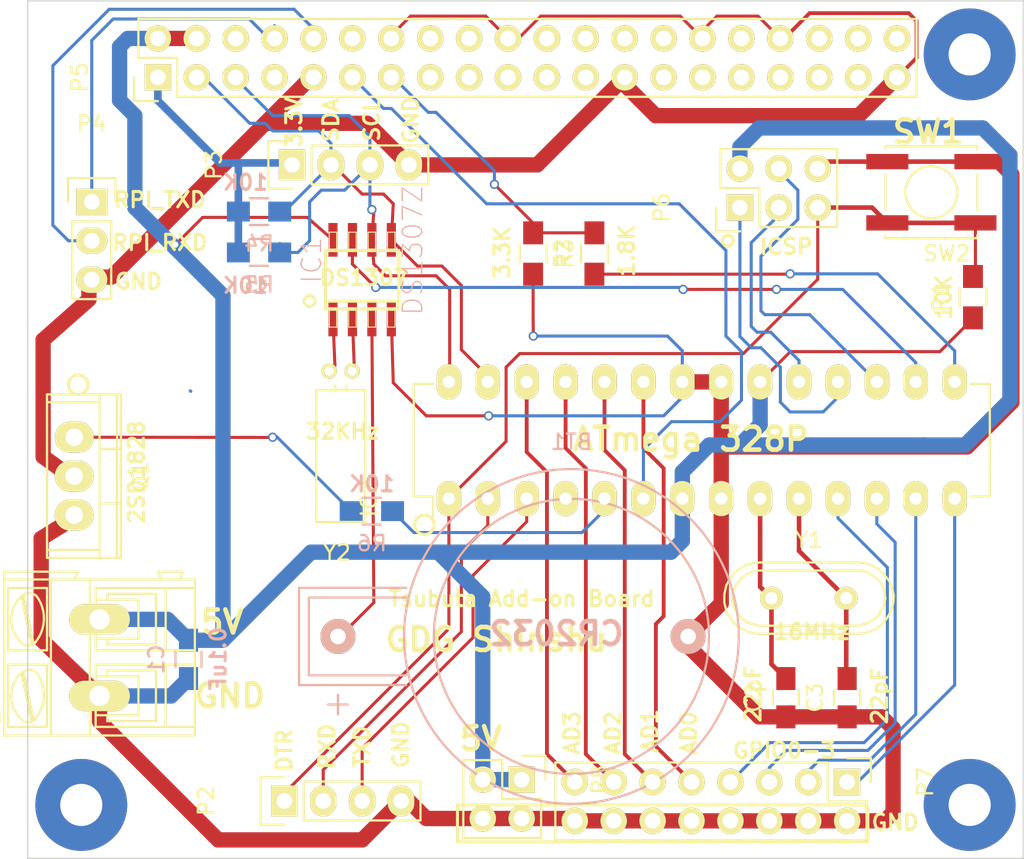
<source format=kicad_pcb>
(kicad_pcb (version 4) (host pcbnew 4.0.1-stable)

  (general
    (links 88)
    (no_connects 0)
    (area 105.082 77.299999 176.200002 138.700002)
    (thickness 1.6)
    (drawings 52)
    (tracks 397)
    (zones 0)
    (modules 24)
    (nets 59)
  )

  (page A4)
  (layers
    (0 F.Cu signal)
    (31 B.Cu signal)
    (32 B.Adhes user)
    (33 F.Adhes user)
    (34 B.Paste user)
    (35 F.Paste user)
    (36 B.SilkS user)
    (37 F.SilkS user)
    (38 B.Mask user hide)
    (39 F.Mask user hide)
    (40 Dwgs.User user hide)
    (41 Cmts.User user hide)
    (42 Eco1.User user hide)
    (43 Eco2.User user hide)
    (44 Edge.Cuts user)
    (45 Margin user hide)
    (46 B.CrtYd user hide)
    (47 F.CrtYd user hide)
    (48 B.Fab user)
    (49 F.Fab user hide)
  )

  (setup
    (last_trace_width 0.2)
    (user_trace_width 0.25)
    (user_trace_width 0.3)
    (user_trace_width 0.4)
    (user_trace_width 0.5)
    (user_trace_width 0.8)
    (user_trace_width 1)
    (user_trace_width 1.5)
    (user_trace_width 2)
    (trace_clearance 0.2)
    (zone_clearance 0.508)
    (zone_45_only no)
    (trace_min 0.2)
    (segment_width 0.2)
    (edge_width 0.1)
    (via_size 0.6)
    (via_drill 0.4)
    (via_min_size 0.4)
    (via_min_drill 0.3)
    (user_via 6 2.75)
    (uvia_size 0.3)
    (uvia_drill 0.1)
    (uvias_allowed no)
    (uvia_min_size 0.2)
    (uvia_min_drill 0.1)
    (pcb_text_width 0.3)
    (pcb_text_size 1.5 1.5)
    (mod_edge_width 0.15)
    (mod_text_size 1 1)
    (mod_text_width 0.15)
    (pad_size 1.5 1.5)
    (pad_drill 0.6)
    (pad_to_mask_clearance 0)
    (aux_axis_origin 0 0)
    (grid_origin 126.146 113.321)
    (visible_elements 7FFFFF1F)
    (pcbplotparams
      (layerselection 0x010f0_80000001)
      (usegerberextensions true)
      (excludeedgelayer true)
      (linewidth 0.100000)
      (plotframeref false)
      (viasonmask false)
      (mode 1)
      (useauxorigin false)
      (hpglpennumber 1)
      (hpglpenspeed 20)
      (hpglpendiameter 15)
      (hpglpenoverlay 2)
      (psnegative false)
      (psa4output false)
      (plotreference true)
      (plotvalue true)
      (plotinvisibletext false)
      (padsonsilk false)
      (subtractmaskfromsilk true)
      (outputformat 1)
      (mirror false)
      (drillshape 0)
      (scaleselection 1)
      (outputdirectory Order_20160228/))
  )

  (net 0 "")
  (net 1 +5V)
  (net 2 GND)
  (net 3 "Net-(C2-Pad2)")
  (net 4 "Net-(C3-Pad2)")
  (net 5 "Net-(IC2-Pad2)")
  (net 6 "Net-(IC2-Pad3)")
  (net 7 "Net-(IC2-Pad4)")
  (net 8 /PWR_OFF)
  (net 9 "Net-(IC2-Pad15)")
  (net 10 "Net-(IC2-Pad17)")
  (net 11 "Net-(IC2-Pad18)")
  (net 12 "Net-(IC2-Pad19)")
  (net 13 "Net-(P3-Pad1)")
  (net 14 "Net-(P4-Pad1)")
  (net 15 "Net-(P4-Pad2)")
  (net 16 "Net-(P5-Pad7)")
  (net 17 "Net-(P5-Pad13)")
  (net 18 "Net-(P5-Pad15)")
  (net 19 "Net-(P5-Pad16)")
  (net 20 "Net-(P5-Pad17)")
  (net 21 "Net-(P5-Pad18)")
  (net 22 "Net-(P5-Pad19)")
  (net 23 "Net-(P5-Pad21)")
  (net 24 "Net-(P5-Pad22)")
  (net 25 "Net-(P5-Pad23)")
  (net 26 "Net-(P5-Pad24)")
  (net 27 "Net-(P5-Pad26)")
  (net 28 "Net-(P5-Pad27)")
  (net 29 "Net-(P5-Pad28)")
  (net 30 "Net-(P5-Pad29)")
  (net 31 "Net-(P5-Pad31)")
  (net 32 "Net-(P5-Pad32)")
  (net 33 "Net-(P5-Pad33)")
  (net 34 "Net-(P5-Pad35)")
  (net 35 "Net-(P5-Pad36)")
  (net 36 "Net-(P5-Pad37)")
  (net 37 "Net-(P5-Pad38)")
  (net 38 "Net-(P5-Pad40)")
  (net 39 /RPPWR_GND)
  (net 40 /RST)
  (net 41 /A_SDA)
  (net 42 /A_SCL)
  (net 43 "Net-(Q1-Pad1)")
  (net 44 "Net-(BT1-Pad1)")
  (net 45 "Net-(IC1-Pad1)")
  (net 46 "Net-(IC1-Pad2)")
  (net 47 /A_SQW)
  (net 48 /GPIO0)
  (net 49 /GPIO1)
  (net 50 /GPIO2)
  (net 51 /GPIO3)
  (net 52 /AD0)
  (net 53 /AD1)
  (net 54 /AD2)
  (net 55 /AD3)
  (net 56 "Net-(P5-Pad6)")
  (net 57 "Net-(P5-Pad12)")
  (net 58 /RPPWR)

  (net_class Default "これは標準のネット クラスです。"
    (clearance 0.2)
    (trace_width 0.2)
    (via_dia 0.6)
    (via_drill 0.4)
    (uvia_dia 0.3)
    (uvia_drill 0.1)
    (add_net +5V)
    (add_net /AD0)
    (add_net /AD1)
    (add_net /AD2)
    (add_net /AD3)
    (add_net /A_SCL)
    (add_net /A_SDA)
    (add_net /A_SQW)
    (add_net /GPIO0)
    (add_net /GPIO1)
    (add_net /GPIO2)
    (add_net /GPIO3)
    (add_net /PWR_OFF)
    (add_net /RPPWR)
    (add_net /RPPWR_GND)
    (add_net /RST)
    (add_net GND)
    (add_net "Net-(BT1-Pad1)")
    (add_net "Net-(C2-Pad2)")
    (add_net "Net-(C3-Pad2)")
    (add_net "Net-(IC1-Pad1)")
    (add_net "Net-(IC1-Pad2)")
    (add_net "Net-(IC2-Pad15)")
    (add_net "Net-(IC2-Pad17)")
    (add_net "Net-(IC2-Pad18)")
    (add_net "Net-(IC2-Pad19)")
    (add_net "Net-(IC2-Pad2)")
    (add_net "Net-(IC2-Pad3)")
    (add_net "Net-(IC2-Pad4)")
    (add_net "Net-(P3-Pad1)")
    (add_net "Net-(P4-Pad1)")
    (add_net "Net-(P4-Pad2)")
    (add_net "Net-(P5-Pad12)")
    (add_net "Net-(P5-Pad13)")
    (add_net "Net-(P5-Pad15)")
    (add_net "Net-(P5-Pad16)")
    (add_net "Net-(P5-Pad17)")
    (add_net "Net-(P5-Pad18)")
    (add_net "Net-(P5-Pad19)")
    (add_net "Net-(P5-Pad21)")
    (add_net "Net-(P5-Pad22)")
    (add_net "Net-(P5-Pad23)")
    (add_net "Net-(P5-Pad24)")
    (add_net "Net-(P5-Pad26)")
    (add_net "Net-(P5-Pad27)")
    (add_net "Net-(P5-Pad28)")
    (add_net "Net-(P5-Pad29)")
    (add_net "Net-(P5-Pad31)")
    (add_net "Net-(P5-Pad32)")
    (add_net "Net-(P5-Pad33)")
    (add_net "Net-(P5-Pad35)")
    (add_net "Net-(P5-Pad36)")
    (add_net "Net-(P5-Pad37)")
    (add_net "Net-(P5-Pad38)")
    (add_net "Net-(P5-Pad40)")
    (add_net "Net-(P5-Pad6)")
    (add_net "Net-(P5-Pad7)")
    (add_net "Net-(Q1-Pad1)")
  )

  (module Pin_Headers:Pin_Header_Straight_2x20 (layer F.Cu) (tedit 0) (tstamp 559E6A2E)
    (at 117 85 90)
    (descr "Through hole pin header")
    (tags "pin header")
    (path /559E6A92)
    (fp_text reference P5 (at 0 -5.1 90) (layer F.SilkS)
      (effects (font (size 1 1) (thickness 0.15)))
    )
    (fp_text value CONN_02X20 (at 0 -3.1 90) (layer F.Fab)
      (effects (font (size 1 1) (thickness 0.15)))
    )
    (fp_line (start -1.75 -1.75) (end -1.75 50.05) (layer F.CrtYd) (width 0.05))
    (fp_line (start 4.3 -1.75) (end 4.3 50.05) (layer F.CrtYd) (width 0.05))
    (fp_line (start -1.75 -1.75) (end 4.3 -1.75) (layer F.CrtYd) (width 0.05))
    (fp_line (start -1.75 50.05) (end 4.3 50.05) (layer F.CrtYd) (width 0.05))
    (fp_line (start 3.81 49.53) (end 3.81 -1.27) (layer F.SilkS) (width 0.15))
    (fp_line (start -1.27 1.27) (end -1.27 49.53) (layer F.SilkS) (width 0.15))
    (fp_line (start 3.81 49.53) (end -1.27 49.53) (layer F.SilkS) (width 0.15))
    (fp_line (start 3.81 -1.27) (end 1.27 -1.27) (layer F.SilkS) (width 0.15))
    (fp_line (start 0 -1.55) (end -1.55 -1.55) (layer F.SilkS) (width 0.15))
    (fp_line (start 1.27 -1.27) (end 1.27 1.27) (layer F.SilkS) (width 0.15))
    (fp_line (start 1.27 1.27) (end -1.27 1.27) (layer F.SilkS) (width 0.15))
    (fp_line (start -1.55 -1.55) (end -1.55 0) (layer F.SilkS) (width 0.15))
    (pad 1 thru_hole rect (at 0 0 90) (size 1.7272 1.7272) (drill 1.016) (layers *.Cu *.Mask F.SilkS)
      (net 13 "Net-(P3-Pad1)"))
    (pad 2 thru_hole oval (at 2.54 0 90) (size 1.7272 1.7272) (drill 1.016) (layers *.Cu *.Mask F.SilkS)
      (net 1 +5V))
    (pad 3 thru_hole oval (at 0 2.54 90) (size 1.7272 1.7272) (drill 1.016) (layers *.Cu *.Mask F.SilkS)
      (net 41 /A_SDA))
    (pad 4 thru_hole oval (at 2.54 2.54 90) (size 1.7272 1.7272) (drill 1.016) (layers *.Cu *.Mask F.SilkS)
      (net 1 +5V))
    (pad 5 thru_hole oval (at 0 5.08 90) (size 1.7272 1.7272) (drill 1.016) (layers *.Cu *.Mask F.SilkS)
      (net 42 /A_SCL))
    (pad 6 thru_hole oval (at 2.54 5.08 90) (size 1.7272 1.7272) (drill 1.016) (layers *.Cu *.Mask F.SilkS)
      (net 56 "Net-(P5-Pad6)"))
    (pad 7 thru_hole oval (at 0 7.62 90) (size 1.7272 1.7272) (drill 1.016) (layers *.Cu *.Mask F.SilkS)
      (net 16 "Net-(P5-Pad7)"))
    (pad 8 thru_hole oval (at 2.54 7.62 90) (size 1.7272 1.7272) (drill 1.016) (layers *.Cu *.Mask F.SilkS)
      (net 14 "Net-(P4-Pad1)"))
    (pad 9 thru_hole oval (at 0 10.16 90) (size 1.7272 1.7272) (drill 1.016) (layers *.Cu *.Mask F.SilkS)
      (net 39 /RPPWR_GND))
    (pad 10 thru_hole oval (at 2.54 10.16 90) (size 1.7272 1.7272) (drill 1.016) (layers *.Cu *.Mask F.SilkS)
      (net 15 "Net-(P4-Pad2)"))
    (pad 11 thru_hole oval (at 0 12.7 90) (size 1.7272 1.7272) (drill 1.016) (layers *.Cu *.Mask F.SilkS)
      (net 8 /PWR_OFF))
    (pad 12 thru_hole oval (at 2.54 12.7 90) (size 1.7272 1.7272) (drill 1.016) (layers *.Cu *.Mask F.SilkS)
      (net 57 "Net-(P5-Pad12)"))
    (pad 13 thru_hole oval (at 0 15.24 90) (size 1.7272 1.7272) (drill 1.016) (layers *.Cu *.Mask F.SilkS)
      (net 17 "Net-(P5-Pad13)"))
    (pad 14 thru_hole oval (at 2.54 15.24 90) (size 1.7272 1.7272) (drill 1.016) (layers *.Cu *.Mask F.SilkS)
      (net 39 /RPPWR_GND))
    (pad 15 thru_hole oval (at 0 17.78 90) (size 1.7272 1.7272) (drill 1.016) (layers *.Cu *.Mask F.SilkS)
      (net 18 "Net-(P5-Pad15)"))
    (pad 16 thru_hole oval (at 2.54 17.78 90) (size 1.7272 1.7272) (drill 1.016) (layers *.Cu *.Mask F.SilkS)
      (net 19 "Net-(P5-Pad16)"))
    (pad 17 thru_hole oval (at 0 20.32 90) (size 1.7272 1.7272) (drill 1.016) (layers *.Cu *.Mask F.SilkS)
      (net 20 "Net-(P5-Pad17)"))
    (pad 18 thru_hole oval (at 2.54 20.32 90) (size 1.7272 1.7272) (drill 1.016) (layers *.Cu *.Mask F.SilkS)
      (net 21 "Net-(P5-Pad18)"))
    (pad 19 thru_hole oval (at 0 22.86 90) (size 1.7272 1.7272) (drill 1.016) (layers *.Cu *.Mask F.SilkS)
      (net 22 "Net-(P5-Pad19)"))
    (pad 20 thru_hole oval (at 2.54 22.86 90) (size 1.7272 1.7272) (drill 1.016) (layers *.Cu *.Mask F.SilkS)
      (net 39 /RPPWR_GND))
    (pad 21 thru_hole oval (at 0 25.4 90) (size 1.7272 1.7272) (drill 1.016) (layers *.Cu *.Mask F.SilkS)
      (net 23 "Net-(P5-Pad21)"))
    (pad 22 thru_hole oval (at 2.54 25.4 90) (size 1.7272 1.7272) (drill 1.016) (layers *.Cu *.Mask F.SilkS)
      (net 24 "Net-(P5-Pad22)"))
    (pad 23 thru_hole oval (at 0 27.94 90) (size 1.7272 1.7272) (drill 1.016) (layers *.Cu *.Mask F.SilkS)
      (net 25 "Net-(P5-Pad23)"))
    (pad 24 thru_hole oval (at 2.54 27.94 90) (size 1.7272 1.7272) (drill 1.016) (layers *.Cu *.Mask F.SilkS)
      (net 26 "Net-(P5-Pad24)"))
    (pad 25 thru_hole oval (at 0 30.48 90) (size 1.7272 1.7272) (drill 1.016) (layers *.Cu *.Mask F.SilkS)
      (net 39 /RPPWR_GND))
    (pad 26 thru_hole oval (at 2.54 30.48 90) (size 1.7272 1.7272) (drill 1.016) (layers *.Cu *.Mask F.SilkS)
      (net 27 "Net-(P5-Pad26)"))
    (pad 27 thru_hole oval (at 0 33.02 90) (size 1.7272 1.7272) (drill 1.016) (layers *.Cu *.Mask F.SilkS)
      (net 28 "Net-(P5-Pad27)"))
    (pad 28 thru_hole oval (at 2.54 33.02 90) (size 1.7272 1.7272) (drill 1.016) (layers *.Cu *.Mask F.SilkS)
      (net 29 "Net-(P5-Pad28)"))
    (pad 29 thru_hole oval (at 0 35.56 90) (size 1.7272 1.7272) (drill 1.016) (layers *.Cu *.Mask F.SilkS)
      (net 30 "Net-(P5-Pad29)"))
    (pad 30 thru_hole oval (at 2.54 35.56 90) (size 1.7272 1.7272) (drill 1.016) (layers *.Cu *.Mask F.SilkS)
      (net 39 /RPPWR_GND))
    (pad 31 thru_hole oval (at 0 38.1 90) (size 1.7272 1.7272) (drill 1.016) (layers *.Cu *.Mask F.SilkS)
      (net 31 "Net-(P5-Pad31)"))
    (pad 32 thru_hole oval (at 2.54 38.1 90) (size 1.7272 1.7272) (drill 1.016) (layers *.Cu *.Mask F.SilkS)
      (net 32 "Net-(P5-Pad32)"))
    (pad 33 thru_hole oval (at 0 40.64 90) (size 1.7272 1.7272) (drill 1.016) (layers *.Cu *.Mask F.SilkS)
      (net 33 "Net-(P5-Pad33)"))
    (pad 34 thru_hole oval (at 2.54 40.64 90) (size 1.7272 1.7272) (drill 1.016) (layers *.Cu *.Mask F.SilkS)
      (net 39 /RPPWR_GND))
    (pad 35 thru_hole oval (at 0 43.18 90) (size 1.7272 1.7272) (drill 1.016) (layers *.Cu *.Mask F.SilkS)
      (net 34 "Net-(P5-Pad35)"))
    (pad 36 thru_hole oval (at 2.54 43.18 90) (size 1.7272 1.7272) (drill 1.016) (layers *.Cu *.Mask F.SilkS)
      (net 35 "Net-(P5-Pad36)"))
    (pad 37 thru_hole oval (at 0 45.72 90) (size 1.7272 1.7272) (drill 1.016) (layers *.Cu *.Mask F.SilkS)
      (net 36 "Net-(P5-Pad37)"))
    (pad 38 thru_hole oval (at 2.54 45.72 90) (size 1.7272 1.7272) (drill 1.016) (layers *.Cu *.Mask F.SilkS)
      (net 37 "Net-(P5-Pad38)"))
    (pad 39 thru_hole oval (at 0 48.26 90) (size 1.7272 1.7272) (drill 1.016) (layers *.Cu *.Mask F.SilkS)
      (net 39 /RPPWR_GND))
    (pad 40 thru_hole oval (at 2.54 48.26 90) (size 1.7272 1.7272) (drill 1.016) (layers *.Cu *.Mask F.SilkS)
      (net 38 "Net-(P5-Pad40)"))
    (model Pin_Headers.3dshapes/Pin_Header_Straight_2x20.wrl
      (at (xyz 0.05 -0.95 0))
      (scale (xyz 1 1 1))
      (rotate (xyz 0 0 90))
    )
  )

  (module Housings_DIP:DIP-28_W7.62mm_LongPads (layer F.Cu) (tedit 54130A77) (tstamp 559E6969)
    (at 136 112.5 90)
    (descr "28-lead dip package, row spacing 7.62 mm (300 mils), longer pads")
    (tags "dil dip 2.54 300")
    (path /559BD818)
    (fp_text reference IC2 (at 0 -5.22 90) (layer F.SilkS)
      (effects (font (size 1 1) (thickness 0.15)))
    )
    (fp_text value ATMEGA328-P (at 0 -3.72 90) (layer F.Fab)
      (effects (font (size 1 1) (thickness 0.15)))
    )
    (fp_line (start -1.4 -2.45) (end -1.4 35.5) (layer F.CrtYd) (width 0.05))
    (fp_line (start 9 -2.45) (end 9 35.5) (layer F.CrtYd) (width 0.05))
    (fp_line (start -1.4 -2.45) (end 9 -2.45) (layer F.CrtYd) (width 0.05))
    (fp_line (start -1.4 35.5) (end 9 35.5) (layer F.CrtYd) (width 0.05))
    (fp_line (start 0.135 -2.295) (end 0.135 -1.025) (layer F.SilkS) (width 0.15))
    (fp_line (start 7.485 -2.295) (end 7.485 -1.025) (layer F.SilkS) (width 0.15))
    (fp_line (start 7.485 35.315) (end 7.485 34.045) (layer F.SilkS) (width 0.15))
    (fp_line (start 0.135 35.315) (end 0.135 34.045) (layer F.SilkS) (width 0.15))
    (fp_line (start 0.135 -2.295) (end 7.485 -2.295) (layer F.SilkS) (width 0.15))
    (fp_line (start 0.135 35.315) (end 7.485 35.315) (layer F.SilkS) (width 0.15))
    (fp_line (start 0.135 -1.025) (end -1.15 -1.025) (layer F.SilkS) (width 0.15))
    (pad 1 thru_hole oval (at 0 0 90) (size 2.3 1.6) (drill 0.8) (layers *.Cu *.Mask F.SilkS)
      (net 40 /RST))
    (pad 2 thru_hole oval (at 0 2.54 90) (size 2.3 1.6) (drill 0.8) (layers *.Cu *.Mask F.SilkS)
      (net 5 "Net-(IC2-Pad2)"))
    (pad 3 thru_hole oval (at 0 5.08 90) (size 2.3 1.6) (drill 0.8) (layers *.Cu *.Mask F.SilkS)
      (net 6 "Net-(IC2-Pad3)"))
    (pad 4 thru_hole oval (at 0 7.62 90) (size 2.3 1.6) (drill 0.8) (layers *.Cu *.Mask F.SilkS)
      (net 7 "Net-(IC2-Pad4)"))
    (pad 5 thru_hole oval (at 0 10.16 90) (size 2.3 1.6) (drill 0.8) (layers *.Cu *.Mask F.SilkS)
      (net 58 /RPPWR))
    (pad 6 thru_hole oval (at 0 12.7 90) (size 2.3 1.6) (drill 0.8) (layers *.Cu *.Mask F.SilkS)
      (net 8 /PWR_OFF))
    (pad 7 thru_hole oval (at 0 15.24 90) (size 2.3 1.6) (drill 0.8) (layers *.Cu *.Mask F.SilkS)
      (net 1 +5V))
    (pad 8 thru_hole oval (at 0 17.78 90) (size 2.3 1.6) (drill 0.8) (layers *.Cu *.Mask F.SilkS)
      (net 2 GND))
    (pad 9 thru_hole oval (at 0 20.32 90) (size 2.3 1.6) (drill 0.8) (layers *.Cu *.Mask F.SilkS)
      (net 3 "Net-(C2-Pad2)"))
    (pad 10 thru_hole oval (at 0 22.86 90) (size 2.3 1.6) (drill 0.8) (layers *.Cu *.Mask F.SilkS)
      (net 4 "Net-(C3-Pad2)"))
    (pad 11 thru_hole oval (at 0 25.4 90) (size 2.3 1.6) (drill 0.8) (layers *.Cu *.Mask F.SilkS)
      (net 48 /GPIO0))
    (pad 12 thru_hole oval (at 0 27.94 90) (size 2.3 1.6) (drill 0.8) (layers *.Cu *.Mask F.SilkS)
      (net 49 /GPIO1))
    (pad 13 thru_hole oval (at 0 30.48 90) (size 2.3 1.6) (drill 0.8) (layers *.Cu *.Mask F.SilkS)
      (net 50 /GPIO2))
    (pad 14 thru_hole oval (at 0 33.02 90) (size 2.3 1.6) (drill 0.8) (layers *.Cu *.Mask F.SilkS)
      (net 51 /GPIO3))
    (pad 15 thru_hole oval (at 7.62 33.02 90) (size 2.3 1.6) (drill 0.8) (layers *.Cu *.Mask F.SilkS)
      (net 9 "Net-(IC2-Pad15)"))
    (pad 16 thru_hole oval (at 7.62 30.48 90) (size 2.3 1.6) (drill 0.8) (layers *.Cu *.Mask F.SilkS)
      (net 47 /A_SQW))
    (pad 17 thru_hole oval (at 7.62 27.94 90) (size 2.3 1.6) (drill 0.8) (layers *.Cu *.Mask F.SilkS)
      (net 10 "Net-(IC2-Pad17)"))
    (pad 18 thru_hole oval (at 7.62 25.4 90) (size 2.3 1.6) (drill 0.8) (layers *.Cu *.Mask F.SilkS)
      (net 11 "Net-(IC2-Pad18)"))
    (pad 19 thru_hole oval (at 7.62 22.86 90) (size 2.3 1.6) (drill 0.8) (layers *.Cu *.Mask F.SilkS)
      (net 12 "Net-(IC2-Pad19)"))
    (pad 20 thru_hole oval (at 7.62 20.32 90) (size 2.3 1.6) (drill 0.8) (layers *.Cu *.Mask F.SilkS)
      (net 1 +5V))
    (pad 21 thru_hole oval (at 7.62 17.78 90) (size 2.3 1.6) (drill 0.8) (layers *.Cu *.Mask F.SilkS)
      (net 2 GND))
    (pad 22 thru_hole oval (at 7.62 15.24 90) (size 2.3 1.6) (drill 0.8) (layers *.Cu *.Mask F.SilkS)
      (net 2 GND))
    (pad 23 thru_hole oval (at 7.62 12.7 90) (size 2.3 1.6) (drill 0.8) (layers *.Cu *.Mask F.SilkS)
      (net 52 /AD0))
    (pad 24 thru_hole oval (at 7.62 10.16 90) (size 2.3 1.6) (drill 0.8) (layers *.Cu *.Mask F.SilkS)
      (net 53 /AD1))
    (pad 25 thru_hole oval (at 7.62 7.62 90) (size 2.3 1.6) (drill 0.8) (layers *.Cu *.Mask F.SilkS)
      (net 54 /AD2))
    (pad 26 thru_hole oval (at 7.62 5.08 90) (size 2.3 1.6) (drill 0.8) (layers *.Cu *.Mask F.SilkS)
      (net 55 /AD3))
    (pad 27 thru_hole oval (at 7.62 2.54 90) (size 2.3 1.6) (drill 0.8) (layers *.Cu *.Mask F.SilkS)
      (net 41 /A_SDA))
    (pad 28 thru_hole oval (at 7.62 0 90) (size 2.3 1.6) (drill 0.8) (layers *.Cu *.Mask F.SilkS)
      (net 42 /A_SCL))
    (model Housings_DIP.3dshapes/DIP-28_W7.62mm_LongPads.wrl
      (at (xyz 0 0 0))
      (scale (xyz 1 1 1))
      (rotate (xyz 0 0 0))
    )
  )

  (module Connect:CR2032H (layer B.Cu) (tedit 0) (tstamp 56CF1451)
    (at 144 121.5 180)
    (path /56CD9864)
    (fp_text reference BT1 (at 0 12.7 180) (layer B.SilkS)
      (effects (font (size 1 1) (thickness 0.15)) (justify mirror))
    )
    (fp_text value CR2303 (at 0 -12.7 180) (layer B.Fab)
      (effects (font (size 1 1) (thickness 0.15)) (justify mirror))
    )
    (fp_line (start 15.24 -3.81) (end 15.24 -5.08) (layer B.SilkS) (width 0.15))
    (fp_line (start 14.605 -4.445) (end 15.875 -4.445) (layer B.SilkS) (width 0.15))
    (fp_line (start 10.795 2.54) (end 17.145 2.54) (layer B.SilkS) (width 0.15))
    (fp_line (start 17.145 2.54) (end 17.145 -2.54) (layer B.SilkS) (width 0.15))
    (fp_line (start 17.145 -2.54) (end 10.795 -2.54) (layer B.SilkS) (width 0.15))
    (fp_line (start 17.145 3.175) (end 17.78 3.175) (layer B.SilkS) (width 0.15))
    (fp_line (start 17.78 3.175) (end 17.78 -3.175) (layer B.SilkS) (width 0.15))
    (fp_line (start 17.78 -3.175) (end 17.145 -3.175) (layer B.SilkS) (width 0.15))
    (fp_line (start 15.875 3.175) (end 17.145 3.175) (layer B.SilkS) (width 0.15))
    (fp_line (start 17.145 -3.175) (end 10.795 -3.175) (layer B.SilkS) (width 0.15))
    (fp_line (start 10.795 3.175) (end 15.875 3.175) (layer B.SilkS) (width 0.15))
    (fp_circle (center 0 0) (end -1.27 8.89) (layer B.SilkS) (width 0.15))
    (fp_circle (center 0 0) (end 6.35 -8.89) (layer B.SilkS) (width 0.15))
    (pad 2 thru_hole circle (at -7.62 0 180) (size 2.286 2.286) (drill 1.016) (layers *.Cu *.Mask B.SilkS)
      (net 2 GND))
    (pad 1 thru_hole circle (at 15.24 0 180) (size 2.286 2.286) (drill 1.016) (layers *.Cu *.Mask B.SilkS)
      (net 44 "Net-(BT1-Pad1)"))
  )

  (module Connect:AK300-2 (layer F.Cu) (tedit 54792136) (tstamp 559E69C4)
    (at 113.192 125.386 90)
    (descr CONNECTOR)
    (tags CONNECTOR)
    (path /559BFAD4)
    (attr virtual)
    (fp_text reference P1 (at -1.92 -6.985 90) (layer F.SilkS)
      (effects (font (size 1 1) (thickness 0.15)))
    )
    (fp_text value CONN_POWER (at 2.779 7.747 90) (layer F.Fab)
      (effects (font (size 1 1) (thickness 0.15)))
    )
    (fp_line (start 8.363 -6.473) (end -2.83 -6.473) (layer F.CrtYd) (width 0.05))
    (fp_line (start 8.363 6.473) (end 8.363 -6.473) (layer F.CrtYd) (width 0.05))
    (fp_line (start -2.83 6.473) (end 8.363 6.473) (layer F.CrtYd) (width 0.05))
    (fp_line (start -2.83 -6.473) (end -2.83 6.473) (layer F.CrtYd) (width 0.05))
    (fp_line (start -1.2596 2.54) (end 1.2804 2.54) (layer F.SilkS) (width 0.15))
    (fp_line (start 1.2804 2.54) (end 1.2804 -0.254) (layer F.SilkS) (width 0.15))
    (fp_line (start -1.2596 -0.254) (end 1.2804 -0.254) (layer F.SilkS) (width 0.15))
    (fp_line (start -1.2596 2.54) (end -1.2596 -0.254) (layer F.SilkS) (width 0.15))
    (fp_line (start 3.7442 2.54) (end 6.2842 2.54) (layer F.SilkS) (width 0.15))
    (fp_line (start 6.2842 2.54) (end 6.2842 -0.254) (layer F.SilkS) (width 0.15))
    (fp_line (start 3.7442 -0.254) (end 6.2842 -0.254) (layer F.SilkS) (width 0.15))
    (fp_line (start 3.7442 2.54) (end 3.7442 -0.254) (layer F.SilkS) (width 0.15))
    (fp_line (start 7.605 -6.223) (end 7.605 -3.175) (layer F.SilkS) (width 0.15))
    (fp_line (start 7.605 -6.223) (end -2.58 -6.223) (layer F.SilkS) (width 0.15))
    (fp_line (start 7.605 -6.223) (end 8.113 -6.223) (layer F.SilkS) (width 0.15))
    (fp_line (start 8.113 -6.223) (end 8.113 -1.397) (layer F.SilkS) (width 0.15))
    (fp_line (start 8.113 -1.397) (end 7.605 -1.651) (layer F.SilkS) (width 0.15))
    (fp_line (start 8.113 5.461) (end 7.605 5.207) (layer F.SilkS) (width 0.15))
    (fp_line (start 7.605 5.207) (end 7.605 6.223) (layer F.SilkS) (width 0.15))
    (fp_line (start 8.113 3.81) (end 7.605 4.064) (layer F.SilkS) (width 0.15))
    (fp_line (start 7.605 4.064) (end 7.605 5.207) (layer F.SilkS) (width 0.15))
    (fp_line (start 8.113 3.81) (end 8.113 5.461) (layer F.SilkS) (width 0.15))
    (fp_line (start 2.9822 6.223) (end 2.9822 4.318) (layer F.SilkS) (width 0.15))
    (fp_line (start 7.0462 -0.254) (end 7.0462 4.318) (layer F.SilkS) (width 0.15))
    (fp_line (start 2.9822 6.223) (end 7.0462 6.223) (layer F.SilkS) (width 0.15))
    (fp_line (start 7.0462 6.223) (end 7.605 6.223) (layer F.SilkS) (width 0.15))
    (fp_line (start 2.0424 6.223) (end 2.0424 4.318) (layer F.SilkS) (width 0.15))
    (fp_line (start 2.0424 6.223) (end 2.9822 6.223) (layer F.SilkS) (width 0.15))
    (fp_line (start -2.0216 -0.254) (end -2.0216 4.318) (layer F.SilkS) (width 0.15))
    (fp_line (start -2.58 6.223) (end -2.0216 6.223) (layer F.SilkS) (width 0.15))
    (fp_line (start -2.0216 6.223) (end 2.0424 6.223) (layer F.SilkS) (width 0.15))
    (fp_line (start 2.9822 4.318) (end 7.0462 4.318) (layer F.SilkS) (width 0.15))
    (fp_line (start 2.9822 4.318) (end 2.9822 -0.254) (layer F.SilkS) (width 0.15))
    (fp_line (start 7.0462 4.318) (end 7.0462 6.223) (layer F.SilkS) (width 0.15))
    (fp_line (start 2.0424 4.318) (end -2.0216 4.318) (layer F.SilkS) (width 0.15))
    (fp_line (start 2.0424 4.318) (end 2.0424 -0.254) (layer F.SilkS) (width 0.15))
    (fp_line (start -2.0216 4.318) (end -2.0216 6.223) (layer F.SilkS) (width 0.15))
    (fp_line (start 6.6652 3.683) (end 6.6652 0.508) (layer F.SilkS) (width 0.15))
    (fp_line (start 6.6652 3.683) (end 3.3632 3.683) (layer F.SilkS) (width 0.15))
    (fp_line (start 3.3632 3.683) (end 3.3632 0.508) (layer F.SilkS) (width 0.15))
    (fp_line (start 1.6614 3.683) (end 1.6614 0.508) (layer F.SilkS) (width 0.15))
    (fp_line (start 1.6614 3.683) (end -1.6406 3.683) (layer F.SilkS) (width 0.15))
    (fp_line (start -1.6406 3.683) (end -1.6406 0.508) (layer F.SilkS) (width 0.15))
    (fp_line (start -1.6406 0.508) (end -1.2596 0.508) (layer F.SilkS) (width 0.15))
    (fp_line (start 1.6614 0.508) (end 1.2804 0.508) (layer F.SilkS) (width 0.15))
    (fp_line (start 3.3632 0.508) (end 3.7442 0.508) (layer F.SilkS) (width 0.15))
    (fp_line (start 6.6652 0.508) (end 6.2842 0.508) (layer F.SilkS) (width 0.15))
    (fp_line (start -2.58 6.223) (end -2.58 -0.635) (layer F.SilkS) (width 0.15))
    (fp_line (start -2.58 -0.635) (end -2.58 -3.175) (layer F.SilkS) (width 0.15))
    (fp_line (start 7.605 -1.651) (end 7.605 -0.635) (layer F.SilkS) (width 0.15))
    (fp_line (start 7.605 -0.635) (end 7.605 4.064) (layer F.SilkS) (width 0.15))
    (fp_line (start -2.58 -3.175) (end 7.605 -3.175) (layer F.SilkS) (width 0.15))
    (fp_line (start -2.58 -3.175) (end -2.58 -6.223) (layer F.SilkS) (width 0.15))
    (fp_line (start 7.605 -3.175) (end 7.605 -1.651) (layer F.SilkS) (width 0.15))
    (fp_line (start 2.9822 -3.429) (end 2.9822 -5.969) (layer F.SilkS) (width 0.15))
    (fp_line (start 2.9822 -5.969) (end 7.0462 -5.969) (layer F.SilkS) (width 0.15))
    (fp_line (start 7.0462 -5.969) (end 7.0462 -3.429) (layer F.SilkS) (width 0.15))
    (fp_line (start 7.0462 -3.429) (end 2.9822 -3.429) (layer F.SilkS) (width 0.15))
    (fp_line (start 2.0424 -3.429) (end 2.0424 -5.969) (layer F.SilkS) (width 0.15))
    (fp_line (start 2.0424 -3.429) (end -2.0216 -3.429) (layer F.SilkS) (width 0.15))
    (fp_line (start -2.0216 -3.429) (end -2.0216 -5.969) (layer F.SilkS) (width 0.15))
    (fp_line (start 2.0424 -5.969) (end -2.0216 -5.969) (layer F.SilkS) (width 0.15))
    (fp_line (start 3.3886 -4.445) (end 6.4366 -5.08) (layer F.SilkS) (width 0.15))
    (fp_line (start 3.5156 -4.318) (end 6.5636 -4.953) (layer F.SilkS) (width 0.15))
    (fp_line (start -1.6152 -4.445) (end 1.43534 -5.08) (layer F.SilkS) (width 0.15))
    (fp_line (start -1.4882 -4.318) (end 1.5598 -4.953) (layer F.SilkS) (width 0.15))
    (fp_line (start -2.0216 -0.254) (end -1.6406 -0.254) (layer F.SilkS) (width 0.15))
    (fp_line (start 2.0424 -0.254) (end 1.6614 -0.254) (layer F.SilkS) (width 0.15))
    (fp_line (start 1.6614 -0.254) (end -1.6406 -0.254) (layer F.SilkS) (width 0.15))
    (fp_line (start -2.58 -0.635) (end -1.6406 -0.635) (layer F.SilkS) (width 0.15))
    (fp_line (start -1.6406 -0.635) (end 1.6614 -0.635) (layer F.SilkS) (width 0.15))
    (fp_line (start 1.6614 -0.635) (end 3.3632 -0.635) (layer F.SilkS) (width 0.15))
    (fp_line (start 7.605 -0.635) (end 6.6652 -0.635) (layer F.SilkS) (width 0.15))
    (fp_line (start 6.6652 -0.635) (end 3.3632 -0.635) (layer F.SilkS) (width 0.15))
    (fp_line (start 7.0462 -0.254) (end 6.6652 -0.254) (layer F.SilkS) (width 0.15))
    (fp_line (start 2.9822 -0.254) (end 3.3632 -0.254) (layer F.SilkS) (width 0.15))
    (fp_line (start 3.3632 -0.254) (end 6.6652 -0.254) (layer F.SilkS) (width 0.15))
    (fp_arc (start 6.0302 -4.59486) (end 6.53566 -5.05206) (angle 90.5) (layer F.SilkS) (width 0.15))
    (fp_arc (start 5.065 -6.0706) (end 6.52804 -4.11734) (angle 75.5) (layer F.SilkS) (width 0.15))
    (fp_arc (start 4.98626 -3.7084) (end 3.3886 -5.0038) (angle 100) (layer F.SilkS) (width 0.15))
    (fp_arc (start 3.8712 -4.64566) (end 3.58164 -4.1275) (angle 104.2) (layer F.SilkS) (width 0.15))
    (fp_arc (start 1.0264 -4.59486) (end 1.5344 -5.05206) (angle 90.5) (layer F.SilkS) (width 0.15))
    (fp_arc (start 0.06374 -6.0706) (end 1.52678 -4.11734) (angle 75.5) (layer F.SilkS) (width 0.15))
    (fp_arc (start -0.01246 -3.7084) (end -1.6152 -5.0038) (angle 100) (layer F.SilkS) (width 0.15))
    (fp_arc (start -1.1326 -4.64566) (end -1.41962 -4.1275) (angle 104.2) (layer F.SilkS) (width 0.15))
    (pad 1 thru_hole oval (at 0 0 90) (size 1.9812 3.9624) (drill 1.3208) (layers *.Cu F.Paste F.SilkS F.Mask)
      (net 2 GND))
    (pad 2 thru_hole oval (at 5 0 90) (size 1.9812 3.9624) (drill 1.3208) (layers *.Cu F.Paste F.SilkS F.Mask)
      (net 1 +5V))
  )

  (module Pin_Headers:Pin_Header_Straight_1x04 (layer F.Cu) (tedit 0) (tstamp 559E69D7)
    (at 125.257 132.244 90)
    (descr "Through hole pin header")
    (tags "pin header")
    (path /559BE3DF)
    (fp_text reference P2 (at 0 -5.1 90) (layer F.SilkS)
      (effects (font (size 1 1) (thickness 0.15)))
    )
    (fp_text value CONN_AVR_UART (at 0 -3.1 90) (layer F.Fab)
      (effects (font (size 1 1) (thickness 0.15)))
    )
    (fp_line (start -1.75 -1.75) (end -1.75 9.4) (layer F.CrtYd) (width 0.05))
    (fp_line (start 1.75 -1.75) (end 1.75 9.4) (layer F.CrtYd) (width 0.05))
    (fp_line (start -1.75 -1.75) (end 1.75 -1.75) (layer F.CrtYd) (width 0.05))
    (fp_line (start -1.75 9.4) (end 1.75 9.4) (layer F.CrtYd) (width 0.05))
    (fp_line (start -1.27 1.27) (end -1.27 8.89) (layer F.SilkS) (width 0.15))
    (fp_line (start 1.27 1.27) (end 1.27 8.89) (layer F.SilkS) (width 0.15))
    (fp_line (start 1.55 -1.55) (end 1.55 0) (layer F.SilkS) (width 0.15))
    (fp_line (start -1.27 8.89) (end 1.27 8.89) (layer F.SilkS) (width 0.15))
    (fp_line (start 1.27 1.27) (end -1.27 1.27) (layer F.SilkS) (width 0.15))
    (fp_line (start -1.55 0) (end -1.55 -1.55) (layer F.SilkS) (width 0.15))
    (fp_line (start -1.55 -1.55) (end 1.55 -1.55) (layer F.SilkS) (width 0.15))
    (pad 1 thru_hole rect (at 0 0 90) (size 2.032 1.7272) (drill 1.016) (layers *.Cu *.Mask F.SilkS)
      (net 40 /RST))
    (pad 2 thru_hole oval (at 0 2.54 90) (size 2.032 1.7272) (drill 1.016) (layers *.Cu *.Mask F.SilkS)
      (net 5 "Net-(IC2-Pad2)"))
    (pad 3 thru_hole oval (at 0 5.08 90) (size 2.032 1.7272) (drill 1.016) (layers *.Cu *.Mask F.SilkS)
      (net 6 "Net-(IC2-Pad3)"))
    (pad 4 thru_hole oval (at 0 7.62 90) (size 2.032 1.7272) (drill 1.016) (layers *.Cu *.Mask F.SilkS)
      (net 2 GND))
    (model Pin_Headers.3dshapes/Pin_Header_Straight_1x04.wrl
      (at (xyz 0 -0.15 0))
      (scale (xyz 1 1 1))
      (rotate (xyz 0 0 90))
    )
  )

  (module Pin_Headers:Pin_Header_Straight_1x04 (layer F.Cu) (tedit 0) (tstamp 559E69EA)
    (at 125.765 90.715 90)
    (descr "Through hole pin header")
    (tags "pin header")
    (path /559BF366)
    (fp_text reference P3 (at 0 -5.1 90) (layer F.SilkS)
      (effects (font (size 1 1) (thickness 0.15)))
    )
    (fp_text value CONN_I2C (at 0 -3.1 90) (layer F.Fab)
      (effects (font (size 1 1) (thickness 0.15)))
    )
    (fp_line (start -1.75 -1.75) (end -1.75 9.4) (layer F.CrtYd) (width 0.05))
    (fp_line (start 1.75 -1.75) (end 1.75 9.4) (layer F.CrtYd) (width 0.05))
    (fp_line (start -1.75 -1.75) (end 1.75 -1.75) (layer F.CrtYd) (width 0.05))
    (fp_line (start -1.75 9.4) (end 1.75 9.4) (layer F.CrtYd) (width 0.05))
    (fp_line (start -1.27 1.27) (end -1.27 8.89) (layer F.SilkS) (width 0.15))
    (fp_line (start 1.27 1.27) (end 1.27 8.89) (layer F.SilkS) (width 0.15))
    (fp_line (start 1.55 -1.55) (end 1.55 0) (layer F.SilkS) (width 0.15))
    (fp_line (start -1.27 8.89) (end 1.27 8.89) (layer F.SilkS) (width 0.15))
    (fp_line (start 1.27 1.27) (end -1.27 1.27) (layer F.SilkS) (width 0.15))
    (fp_line (start -1.55 0) (end -1.55 -1.55) (layer F.SilkS) (width 0.15))
    (fp_line (start -1.55 -1.55) (end 1.55 -1.55) (layer F.SilkS) (width 0.15))
    (pad 1 thru_hole rect (at 0 0 90) (size 2.032 1.7272) (drill 1.016) (layers *.Cu *.Mask F.SilkS)
      (net 13 "Net-(P3-Pad1)"))
    (pad 2 thru_hole oval (at 0 2.54 90) (size 2.032 1.7272) (drill 1.016) (layers *.Cu *.Mask F.SilkS)
      (net 41 /A_SDA))
    (pad 3 thru_hole oval (at 0 5.08 90) (size 2.032 1.7272) (drill 1.016) (layers *.Cu *.Mask F.SilkS)
      (net 42 /A_SCL))
    (pad 4 thru_hole oval (at 0 7.62 90) (size 2.032 1.7272) (drill 1.016) (layers *.Cu *.Mask F.SilkS)
      (net 39 /RPPWR_GND))
    (model Pin_Headers.3dshapes/Pin_Header_Straight_1x04.wrl
      (at (xyz 0 -0.15 0))
      (scale (xyz 1 1 1))
      (rotate (xyz 0 0 90))
    )
  )

  (module Power_Integrations:TO-220 (layer F.Cu) (tedit 0) (tstamp 559E6A3F)
    (at 111.541 111.035 270)
    (descr "Non Isolated JEDEC TO-220 Package")
    (tags "Power Integration YN Package")
    (path /559BDDE4)
    (fp_text reference Q1 (at 0 -4.318 270) (layer F.SilkS)
      (effects (font (size 1 1) (thickness 0.15)))
    )
    (fp_text value Q_NPN_BCE (at 0 -4.318 270) (layer F.Fab)
      (effects (font (size 1 1) (thickness 0.15)))
    )
    (fp_line (start 4.826 -1.651) (end 4.826 1.778) (layer F.SilkS) (width 0.15))
    (fp_line (start -4.826 -1.651) (end -4.826 1.778) (layer F.SilkS) (width 0.15))
    (fp_line (start 5.334 -2.794) (end -5.334 -2.794) (layer F.SilkS) (width 0.15))
    (fp_line (start 1.778 -1.778) (end 1.778 -3.048) (layer F.SilkS) (width 0.15))
    (fp_line (start -1.778 -1.778) (end -1.778 -3.048) (layer F.SilkS) (width 0.15))
    (fp_line (start -5.334 -1.651) (end 5.334 -1.651) (layer F.SilkS) (width 0.15))
    (fp_line (start 5.334 1.778) (end -5.334 1.778) (layer F.SilkS) (width 0.15))
    (fp_line (start -5.334 -3.048) (end -5.334 1.778) (layer F.SilkS) (width 0.15))
    (fp_line (start 5.334 -3.048) (end 5.334 1.778) (layer F.SilkS) (width 0.15))
    (fp_line (start 5.334 -3.048) (end -5.334 -3.048) (layer F.SilkS) (width 0.15))
    (pad 2 thru_hole oval (at 0 0 270) (size 2.032 2.54) (drill 1.143) (layers *.Cu *.Mask F.SilkS)
      (net 39 /RPPWR_GND))
    (pad 3 thru_hole oval (at 2.54 0 270) (size 2.032 2.54) (drill 1.143) (layers *.Cu *.Mask F.SilkS)
      (net 2 GND))
    (pad 1 thru_hole oval (at -2.54 0 270) (size 2.032 2.54) (drill 1.143) (layers *.Cu *.Mask F.SilkS)
      (net 43 "Net-(Q1-Pad1)"))
  )

  (module Crystals:Crystal_HC49-U_Vertical (layer F.Cu) (tedit 0) (tstamp 559E6ABF)
    (at 159.5 119)
    (descr "Crystal, Quarz, HC49/U, vertical, stehend,")
    (tags "Crystal, Quarz, HC49/U, vertical, stehend,")
    (path /559BD994)
    (fp_text reference Y1 (at 0 -3.81) (layer F.SilkS)
      (effects (font (size 1 1) (thickness 0.15)))
    )
    (fp_text value 16MHz (at 0 3.81) (layer F.Fab)
      (effects (font (size 1 1) (thickness 0.15)))
    )
    (fp_line (start 4.699 -1.00076) (end 4.89966 -0.59944) (layer F.SilkS) (width 0.15))
    (fp_line (start 4.89966 -0.59944) (end 5.00126 0) (layer F.SilkS) (width 0.15))
    (fp_line (start 5.00126 0) (end 4.89966 0.50038) (layer F.SilkS) (width 0.15))
    (fp_line (start 4.89966 0.50038) (end 4.50088 1.19888) (layer F.SilkS) (width 0.15))
    (fp_line (start 4.50088 1.19888) (end 3.8989 1.6002) (layer F.SilkS) (width 0.15))
    (fp_line (start 3.8989 1.6002) (end 3.29946 1.80086) (layer F.SilkS) (width 0.15))
    (fp_line (start 3.29946 1.80086) (end -3.29946 1.80086) (layer F.SilkS) (width 0.15))
    (fp_line (start -3.29946 1.80086) (end -4.0005 1.6002) (layer F.SilkS) (width 0.15))
    (fp_line (start -4.0005 1.6002) (end -4.39928 1.30048) (layer F.SilkS) (width 0.15))
    (fp_line (start -4.39928 1.30048) (end -4.8006 0.8001) (layer F.SilkS) (width 0.15))
    (fp_line (start -4.8006 0.8001) (end -5.00126 0.20066) (layer F.SilkS) (width 0.15))
    (fp_line (start -5.00126 0.20066) (end -5.00126 -0.29972) (layer F.SilkS) (width 0.15))
    (fp_line (start -5.00126 -0.29972) (end -4.8006 -0.8001) (layer F.SilkS) (width 0.15))
    (fp_line (start -4.8006 -0.8001) (end -4.30022 -1.39954) (layer F.SilkS) (width 0.15))
    (fp_line (start -4.30022 -1.39954) (end -3.79984 -1.69926) (layer F.SilkS) (width 0.15))
    (fp_line (start -3.79984 -1.69926) (end -3.29946 -1.80086) (layer F.SilkS) (width 0.15))
    (fp_line (start -3.2004 -1.80086) (end 3.40106 -1.80086) (layer F.SilkS) (width 0.15))
    (fp_line (start 3.40106 -1.80086) (end 3.79984 -1.69926) (layer F.SilkS) (width 0.15))
    (fp_line (start 3.79984 -1.69926) (end 4.30022 -1.39954) (layer F.SilkS) (width 0.15))
    (fp_line (start 4.30022 -1.39954) (end 4.8006 -0.89916) (layer F.SilkS) (width 0.15))
    (fp_line (start -3.19024 -2.32918) (end -3.64998 -2.28092) (layer F.SilkS) (width 0.15))
    (fp_line (start -3.64998 -2.28092) (end -4.04876 -2.16916) (layer F.SilkS) (width 0.15))
    (fp_line (start -4.04876 -2.16916) (end -4.48056 -1.95072) (layer F.SilkS) (width 0.15))
    (fp_line (start -4.48056 -1.95072) (end -4.77012 -1.71958) (layer F.SilkS) (width 0.15))
    (fp_line (start -4.77012 -1.71958) (end -5.10032 -1.36906) (layer F.SilkS) (width 0.15))
    (fp_line (start -5.10032 -1.36906) (end -5.38988 -0.83058) (layer F.SilkS) (width 0.15))
    (fp_line (start -5.38988 -0.83058) (end -5.51942 -0.23114) (layer F.SilkS) (width 0.15))
    (fp_line (start -5.51942 -0.23114) (end -5.51942 0.2794) (layer F.SilkS) (width 0.15))
    (fp_line (start -5.51942 0.2794) (end -5.34924 0.98044) (layer F.SilkS) (width 0.15))
    (fp_line (start -5.34924 0.98044) (end -4.95046 1.56972) (layer F.SilkS) (width 0.15))
    (fp_line (start -4.95046 1.56972) (end -4.49072 1.94056) (layer F.SilkS) (width 0.15))
    (fp_line (start -4.49072 1.94056) (end -4.06908 2.14884) (layer F.SilkS) (width 0.15))
    (fp_line (start -4.06908 2.14884) (end -3.6195 2.30886) (layer F.SilkS) (width 0.15))
    (fp_line (start -3.6195 2.30886) (end -3.18008 2.33934) (layer F.SilkS) (width 0.15))
    (fp_line (start 4.16052 2.1209) (end 4.53898 1.89992) (layer F.SilkS) (width 0.15))
    (fp_line (start 4.53898 1.89992) (end 4.85902 1.62052) (layer F.SilkS) (width 0.15))
    (fp_line (start 4.85902 1.62052) (end 5.11048 1.29032) (layer F.SilkS) (width 0.15))
    (fp_line (start 5.11048 1.29032) (end 5.4102 0.73914) (layer F.SilkS) (width 0.15))
    (fp_line (start 5.4102 0.73914) (end 5.51942 0.26924) (layer F.SilkS) (width 0.15))
    (fp_line (start 5.51942 0.26924) (end 5.53974 -0.1905) (layer F.SilkS) (width 0.15))
    (fp_line (start 5.53974 -0.1905) (end 5.45084 -0.65024) (layer F.SilkS) (width 0.15))
    (fp_line (start 5.45084 -0.65024) (end 5.26034 -1.09982) (layer F.SilkS) (width 0.15))
    (fp_line (start 5.26034 -1.09982) (end 4.89966 -1.56972) (layer F.SilkS) (width 0.15))
    (fp_line (start 4.89966 -1.56972) (end 4.54914 -1.88976) (layer F.SilkS) (width 0.15))
    (fp_line (start 4.54914 -1.88976) (end 4.16052 -2.1209) (layer F.SilkS) (width 0.15))
    (fp_line (start 4.16052 -2.1209) (end 3.73126 -2.2606) (layer F.SilkS) (width 0.15))
    (fp_line (start 3.73126 -2.2606) (end 3.2893 -2.32918) (layer F.SilkS) (width 0.15))
    (fp_line (start -3.2004 2.32918) (end 3.2512 2.32918) (layer F.SilkS) (width 0.15))
    (fp_line (start 3.2512 2.32918) (end 3.6703 2.29108) (layer F.SilkS) (width 0.15))
    (fp_line (start 3.6703 2.29108) (end 4.16052 2.1209) (layer F.SilkS) (width 0.15))
    (fp_line (start -3.2004 -2.32918) (end 3.2512 -2.32918) (layer F.SilkS) (width 0.15))
    (pad 1 thru_hole circle (at -2.44094 0) (size 1.50114 1.50114) (drill 0.8001) (layers *.Cu *.Mask F.SilkS)
      (net 3 "Net-(C2-Pad2)"))
    (pad 2 thru_hole circle (at 2.44094 0) (size 1.50114 1.50114) (drill 0.8001) (layers *.Cu *.Mask F.SilkS)
      (net 4 "Net-(C3-Pad2)"))
  )

  (module Pin_Headers:Pin_Header_Straight_2x03 (layer F.Cu) (tedit 54EA0A4B) (tstamp 5649E6C4)
    (at 155 93.5 90)
    (descr "Through hole pin header")
    (tags "pin header")
    (path /56488F63)
    (fp_text reference P6 (at 0 -5.1 90) (layer F.SilkS)
      (effects (font (size 1 1) (thickness 0.15)))
    )
    (fp_text value ICSP (at 0 -3.1 90) (layer F.Fab)
      (effects (font (size 1 1) (thickness 0.15)))
    )
    (fp_line (start -1.27 1.27) (end -1.27 6.35) (layer F.SilkS) (width 0.15))
    (fp_line (start -1.55 -1.55) (end 0 -1.55) (layer F.SilkS) (width 0.15))
    (fp_line (start -1.75 -1.75) (end -1.75 6.85) (layer F.CrtYd) (width 0.05))
    (fp_line (start 4.3 -1.75) (end 4.3 6.85) (layer F.CrtYd) (width 0.05))
    (fp_line (start -1.75 -1.75) (end 4.3 -1.75) (layer F.CrtYd) (width 0.05))
    (fp_line (start -1.75 6.85) (end 4.3 6.85) (layer F.CrtYd) (width 0.05))
    (fp_line (start 1.27 -1.27) (end 1.27 1.27) (layer F.SilkS) (width 0.15))
    (fp_line (start 1.27 1.27) (end -1.27 1.27) (layer F.SilkS) (width 0.15))
    (fp_line (start -1.27 6.35) (end 3.81 6.35) (layer F.SilkS) (width 0.15))
    (fp_line (start 3.81 6.35) (end 3.81 1.27) (layer F.SilkS) (width 0.15))
    (fp_line (start -1.55 -1.55) (end -1.55 0) (layer F.SilkS) (width 0.15))
    (fp_line (start 3.81 -1.27) (end 1.27 -1.27) (layer F.SilkS) (width 0.15))
    (fp_line (start 3.81 1.27) (end 3.81 -1.27) (layer F.SilkS) (width 0.15))
    (pad 1 thru_hole rect (at 0 0 90) (size 1.7272 1.7272) (drill 1.016) (layers *.Cu *.Mask F.SilkS)
      (net 11 "Net-(IC2-Pad18)"))
    (pad 2 thru_hole oval (at 2.54 0 90) (size 1.7272 1.7272) (drill 1.016) (layers *.Cu *.Mask F.SilkS)
      (net 1 +5V))
    (pad 3 thru_hole oval (at 0 2.54 90) (size 1.7272 1.7272) (drill 1.016) (layers *.Cu *.Mask F.SilkS)
      (net 12 "Net-(IC2-Pad19)"))
    (pad 4 thru_hole oval (at 2.54 2.54 90) (size 1.7272 1.7272) (drill 1.016) (layers *.Cu *.Mask F.SilkS)
      (net 10 "Net-(IC2-Pad17)"))
    (pad 5 thru_hole oval (at 0 5.08 90) (size 1.7272 1.7272) (drill 1.016) (layers *.Cu *.Mask F.SilkS)
      (net 40 /RST))
    (pad 6 thru_hole oval (at 2.54 5.08 90) (size 1.7272 1.7272) (drill 1.016) (layers *.Cu *.Mask F.SilkS)
      (net 2 GND))
    (model Pin_Headers.3dshapes/Pin_Header_Straight_2x03.wrl
      (at (xyz 0.05 -0.1 0))
      (scale (xyz 1 1 1))
      (rotate (xyz 0 0 90))
    )
  )

  (module ds1307_pcf8583:ds1307_pcf8583-SOIC8 (layer F.Cu) (tedit 200000) (tstamp 56CF145D)
    (at 130.337 98.208)
    (descr "SMALL OUTLINE IC")
    (tags "SMALL OUTLINE IC")
    (path /56CD8159)
    (attr smd)
    (fp_text reference IC1 (at -3.302 -1.27 90) (layer B.SilkS)
      (effects (font (size 1.27 1.27) (thickness 0.0889)))
    )
    (fp_text value DS1307Z (at 3.302 -1.905 90) (layer B.SilkS)
      (effects (font (size 1.27 1.27) (thickness 0.0889)))
    )
    (fp_line (start -2.14884 3.0988) (end -1.65862 3.0988) (layer F.SilkS) (width 0.06604))
    (fp_line (start -1.65862 3.0988) (end -1.65862 1.99898) (layer F.SilkS) (width 0.06604))
    (fp_line (start -2.14884 1.99898) (end -1.65862 1.99898) (layer F.SilkS) (width 0.06604))
    (fp_line (start -2.14884 3.0988) (end -2.14884 1.99898) (layer F.SilkS) (width 0.06604))
    (fp_line (start -0.87884 3.0988) (end -0.38862 3.0988) (layer F.SilkS) (width 0.06604))
    (fp_line (start -0.38862 3.0988) (end -0.38862 1.99898) (layer F.SilkS) (width 0.06604))
    (fp_line (start -0.87884 1.99898) (end -0.38862 1.99898) (layer F.SilkS) (width 0.06604))
    (fp_line (start -0.87884 3.0988) (end -0.87884 1.99898) (layer F.SilkS) (width 0.06604))
    (fp_line (start 0.38862 3.0988) (end 0.87884 3.0988) (layer F.SilkS) (width 0.06604))
    (fp_line (start 0.87884 3.0988) (end 0.87884 1.99898) (layer F.SilkS) (width 0.06604))
    (fp_line (start 0.38862 1.99898) (end 0.87884 1.99898) (layer F.SilkS) (width 0.06604))
    (fp_line (start 0.38862 3.0988) (end 0.38862 1.99898) (layer F.SilkS) (width 0.06604))
    (fp_line (start 1.65862 3.0988) (end 2.14884 3.0988) (layer F.SilkS) (width 0.06604))
    (fp_line (start 2.14884 3.0988) (end 2.14884 1.99898) (layer F.SilkS) (width 0.06604))
    (fp_line (start 1.65862 1.99898) (end 2.14884 1.99898) (layer F.SilkS) (width 0.06604))
    (fp_line (start 1.65862 3.0988) (end 1.65862 1.99898) (layer F.SilkS) (width 0.06604))
    (fp_line (start 1.65862 -1.99898) (end 2.14884 -1.99898) (layer F.SilkS) (width 0.06604))
    (fp_line (start 2.14884 -1.99898) (end 2.14884 -3.0988) (layer F.SilkS) (width 0.06604))
    (fp_line (start 1.65862 -3.0988) (end 2.14884 -3.0988) (layer F.SilkS) (width 0.06604))
    (fp_line (start 1.65862 -1.99898) (end 1.65862 -3.0988) (layer F.SilkS) (width 0.06604))
    (fp_line (start 0.38862 -1.99898) (end 0.87884 -1.99898) (layer F.SilkS) (width 0.06604))
    (fp_line (start 0.87884 -1.99898) (end 0.87884 -3.0988) (layer F.SilkS) (width 0.06604))
    (fp_line (start 0.38862 -3.0988) (end 0.87884 -3.0988) (layer F.SilkS) (width 0.06604))
    (fp_line (start 0.38862 -1.99898) (end 0.38862 -3.0988) (layer F.SilkS) (width 0.06604))
    (fp_line (start -0.87884 -1.99898) (end -0.38862 -1.99898) (layer F.SilkS) (width 0.06604))
    (fp_line (start -0.38862 -1.99898) (end -0.38862 -3.0988) (layer F.SilkS) (width 0.06604))
    (fp_line (start -0.87884 -3.0988) (end -0.38862 -3.0988) (layer F.SilkS) (width 0.06604))
    (fp_line (start -0.87884 -1.99898) (end -0.87884 -3.0988) (layer F.SilkS) (width 0.06604))
    (fp_line (start -2.14884 -1.99898) (end -1.65862 -1.99898) (layer F.SilkS) (width 0.06604))
    (fp_line (start -1.65862 -1.99898) (end -1.65862 -3.0988) (layer F.SilkS) (width 0.06604))
    (fp_line (start -2.14884 -3.0988) (end -1.65862 -3.0988) (layer F.SilkS) (width 0.06604))
    (fp_line (start -2.14884 -1.99898) (end -2.14884 -3.0988) (layer F.SilkS) (width 0.06604))
    (fp_line (start 2.39776 -1.89992) (end 2.39776 1.39954) (layer F.SilkS) (width 0.2032))
    (fp_line (start 2.39776 1.39954) (end 2.39776 1.89992) (layer F.SilkS) (width 0.2032))
    (fp_line (start 2.39776 1.89992) (end -2.39776 1.89992) (layer F.SilkS) (width 0.2032))
    (fp_line (start -2.39776 1.89992) (end -2.39776 1.39954) (layer F.SilkS) (width 0.2032))
    (fp_line (start -2.39776 1.39954) (end -2.39776 -1.89992) (layer F.SilkS) (width 0.2032))
    (fp_line (start -2.39776 -1.89992) (end 2.39776 -1.89992) (layer F.SilkS) (width 0.2032))
    (fp_line (start 2.39776 1.39954) (end -2.39776 1.39954) (layer F.SilkS) (width 0.2032))
    (pad 1 smd rect (at -1.905 2.59842) (size 0.59944 2.19964) (layers F.Cu F.Paste F.Mask)
      (net 45 "Net-(IC1-Pad1)"))
    (pad 2 smd rect (at -0.635 2.59842) (size 0.59944 2.19964) (layers F.Cu F.Paste F.Mask)
      (net 46 "Net-(IC1-Pad2)"))
    (pad 3 smd rect (at 0.635 2.59842) (size 0.59944 2.19964) (layers F.Cu F.Paste F.Mask)
      (net 44 "Net-(BT1-Pad1)"))
    (pad 4 smd rect (at 1.905 2.59842) (size 0.59944 2.19964) (layers F.Cu F.Paste F.Mask)
      (net 2 GND))
    (pad 5 smd rect (at 1.905 -2.59842) (size 0.59944 2.19964) (layers F.Cu F.Paste F.Mask)
      (net 41 /A_SDA))
    (pad 6 smd rect (at 0.635 -2.59842) (size 0.59944 2.19964) (layers F.Cu F.Paste F.Mask)
      (net 42 /A_SCL))
    (pad 7 smd rect (at -0.635 -2.59842) (size 0.59944 2.19964) (layers F.Cu F.Paste F.Mask)
      (net 47 /A_SQW))
    (pad 8 smd rect (at -1.905 -2.59842) (size 0.59944 2.19964) (layers F.Cu F.Paste F.Mask)
      (net 1 +5V))
  )

  (module Pin_Headers:Pin_Header_Straight_2x08 (layer F.Cu) (tedit 0) (tstamp 56CF1471)
    (at 162 131 270)
    (descr "Through hole pin header")
    (tags "pin header")
    (path /56CF23CB)
    (fp_text reference P7 (at 0 -5.1 270) (layer F.SilkS)
      (effects (font (size 1 1) (thickness 0.15)))
    )
    (fp_text value CONN_02X08 (at 0 -3.1 270) (layer F.Fab)
      (effects (font (size 1 1) (thickness 0.15)))
    )
    (fp_line (start -1.75 -1.75) (end -1.75 19.55) (layer F.CrtYd) (width 0.05))
    (fp_line (start 4.3 -1.75) (end 4.3 19.55) (layer F.CrtYd) (width 0.05))
    (fp_line (start -1.75 -1.75) (end 4.3 -1.75) (layer F.CrtYd) (width 0.05))
    (fp_line (start -1.75 19.55) (end 4.3 19.55) (layer F.CrtYd) (width 0.05))
    (fp_line (start 3.81 19.05) (end 3.81 -1.27) (layer F.SilkS) (width 0.15))
    (fp_line (start -1.27 1.27) (end -1.27 19.05) (layer F.SilkS) (width 0.15))
    (fp_line (start 3.81 19.05) (end -1.27 19.05) (layer F.SilkS) (width 0.15))
    (fp_line (start 3.81 -1.27) (end 1.27 -1.27) (layer F.SilkS) (width 0.15))
    (fp_line (start 0 -1.55) (end -1.55 -1.55) (layer F.SilkS) (width 0.15))
    (fp_line (start 1.27 -1.27) (end 1.27 1.27) (layer F.SilkS) (width 0.15))
    (fp_line (start 1.27 1.27) (end -1.27 1.27) (layer F.SilkS) (width 0.15))
    (fp_line (start -1.55 -1.55) (end -1.55 0) (layer F.SilkS) (width 0.15))
    (pad 1 thru_hole rect (at 0 0 270) (size 1.7272 1.7272) (drill 1.016) (layers *.Cu *.Mask F.SilkS)
      (net 51 /GPIO3))
    (pad 2 thru_hole oval (at 2.54 0 270) (size 1.7272 1.7272) (drill 1.016) (layers *.Cu *.Mask F.SilkS)
      (net 2 GND))
    (pad 3 thru_hole oval (at 0 2.54 270) (size 1.7272 1.7272) (drill 1.016) (layers *.Cu *.Mask F.SilkS)
      (net 50 /GPIO2))
    (pad 4 thru_hole oval (at 2.54 2.54 270) (size 1.7272 1.7272) (drill 1.016) (layers *.Cu *.Mask F.SilkS)
      (net 2 GND))
    (pad 5 thru_hole oval (at 0 5.08 270) (size 1.7272 1.7272) (drill 1.016) (layers *.Cu *.Mask F.SilkS)
      (net 49 /GPIO1))
    (pad 6 thru_hole oval (at 2.54 5.08 270) (size 1.7272 1.7272) (drill 1.016) (layers *.Cu *.Mask F.SilkS)
      (net 2 GND))
    (pad 7 thru_hole oval (at 0 7.62 270) (size 1.7272 1.7272) (drill 1.016) (layers *.Cu *.Mask F.SilkS)
      (net 48 /GPIO0))
    (pad 8 thru_hole oval (at 2.54 7.62 270) (size 1.7272 1.7272) (drill 1.016) (layers *.Cu *.Mask F.SilkS)
      (net 2 GND))
    (pad 9 thru_hole oval (at 0 10.16 270) (size 1.7272 1.7272) (drill 1.016) (layers *.Cu *.Mask F.SilkS)
      (net 52 /AD0))
    (pad 10 thru_hole oval (at 2.54 10.16 270) (size 1.7272 1.7272) (drill 1.016) (layers *.Cu *.Mask F.SilkS)
      (net 2 GND))
    (pad 11 thru_hole oval (at 0 12.7 270) (size 1.7272 1.7272) (drill 1.016) (layers *.Cu *.Mask F.SilkS)
      (net 53 /AD1))
    (pad 12 thru_hole oval (at 2.54 12.7 270) (size 1.7272 1.7272) (drill 1.016) (layers *.Cu *.Mask F.SilkS)
      (net 2 GND))
    (pad 13 thru_hole oval (at 0 15.24 270) (size 1.7272 1.7272) (drill 1.016) (layers *.Cu *.Mask F.SilkS)
      (net 54 /AD2))
    (pad 14 thru_hole oval (at 2.54 15.24 270) (size 1.7272 1.7272) (drill 1.016) (layers *.Cu *.Mask F.SilkS)
      (net 2 GND))
    (pad 15 thru_hole oval (at 0 17.78 270) (size 1.7272 1.7272) (drill 1.016) (layers *.Cu *.Mask F.SilkS)
      (net 55 /AD3))
    (pad 16 thru_hole oval (at 2.54 17.78 270) (size 1.7272 1.7272) (drill 1.016) (layers *.Cu *.Mask F.SilkS)
      (net 2 GND))
    (model Pin_Headers.3dshapes/Pin_Header_Straight_2x08.wrl
      (at (xyz 0.05 -0.35 0))
      (scale (xyz 1 1 1))
      (rotate (xyz 0 0 90))
    )
  )

  (module Buttons_Switches_SMD:SW_SPST_EVPBF (layer F.Cu) (tedit 55DAF9A7) (tstamp 56CF1479)
    (at 167.5 92.5 180)
    (descr "Light Touch Switch")
    (path /56CF126F)
    (attr smd)
    (fp_text reference SW2 (at -1 -4 180) (layer F.SilkS)
      (effects (font (size 1 1) (thickness 0.15)))
    )
    (fp_text value SW_PUSH (at 0 0 180) (layer F.Fab)
      (effects (font (size 1 1) (thickness 0.15)))
    )
    (fp_line (start -4.5 -3.25) (end 4.5 -3.25) (layer F.CrtYd) (width 0.05))
    (fp_line (start 4.5 -3.25) (end 4.5 3.25) (layer F.CrtYd) (width 0.05))
    (fp_line (start 4.5 3.25) (end -4.5 3.25) (layer F.CrtYd) (width 0.05))
    (fp_line (start -4.5 3.25) (end -4.5 -3.25) (layer F.CrtYd) (width 0.05))
    (fp_line (start 3 -3) (end 3 -2.8) (layer F.SilkS) (width 0.15))
    (fp_line (start 3 3) (end 3 2.8) (layer F.SilkS) (width 0.15))
    (fp_line (start -3 3) (end -3 2.8) (layer F.SilkS) (width 0.15))
    (fp_line (start -3 -3) (end -3 -2.8) (layer F.SilkS) (width 0.15))
    (fp_line (start -3 -1.2) (end -3 1.2) (layer F.SilkS) (width 0.15))
    (fp_line (start 3 -1.2) (end 3 1.2) (layer F.SilkS) (width 0.15))
    (fp_line (start 3 -3) (end -3 -3) (layer F.SilkS) (width 0.15))
    (fp_line (start -3 3) (end 3 3) (layer F.SilkS) (width 0.15))
    (fp_circle (center 0 0) (end 1.7 0) (layer F.SilkS) (width 0.15))
    (pad 1 smd rect (at 2.875 -2 180) (size 2.75 1) (layers F.Cu F.Paste F.Mask)
      (net 40 /RST))
    (pad 1 smd rect (at -2.875 -2 180) (size 2.75 1) (layers F.Cu F.Paste F.Mask)
      (net 40 /RST))
    (pad 2 smd rect (at -2.875 2 180) (size 2.75 1) (layers F.Cu F.Paste F.Mask)
      (net 2 GND))
    (pad 2 smd rect (at 2.875 2 180) (size 2.75 1) (layers F.Cu F.Paste F.Mask)
      (net 2 GND))
  )

  (module Crystals:Crystal_Round_Horizontal_3mm (layer F.Cu) (tedit 0) (tstamp 56CF147F)
    (at 128.94 104.177 180)
    (descr "Crystal, Quarz, Rundgehaeuse, round, horizontal, liegend, Uhrenquarz, Diam. 3mm,")
    (tags "Crystal, Quarz, Rundgehaeuse, round, horizontal, liegend, Uhrenquarz, Diam. 3mm,")
    (path /56CEF583)
    (fp_text reference Y2 (at 0.24892 -11.8491 180) (layer F.SilkS)
      (effects (font (size 1 1) (thickness 0.15)))
    )
    (fp_text value 32KHz (at -0.24892 2.75082 180) (layer F.Fab)
      (effects (font (size 1 1) (thickness 0.15)))
    )
    (fp_line (start 1.6002 -1.24968) (end 1.6002 -9.85012) (layer F.SilkS) (width 0.15))
    (fp_line (start 1.6002 -9.85012) (end -1.6002 -9.85012) (layer F.SilkS) (width 0.15))
    (fp_line (start -1.6002 -9.85012) (end -1.6002 -1.24968) (layer F.SilkS) (width 0.15))
    (fp_line (start -0.8509 -1.24968) (end -1.6002 -1.24968) (layer F.SilkS) (width 0.15))
    (fp_line (start 0.89916 -1.24968) (end 1.6002 -1.24968) (layer F.SilkS) (width 0.15))
    (fp_line (start -0.29972 -1.24968) (end -0.39878 -0.94996) (layer F.SilkS) (width 0.15))
    (fp_line (start 0.29972 -1.24968) (end 0.39878 -0.94996) (layer F.SilkS) (width 0.15))
    (fp_line (start 0.89916 -1.24968) (end -0.89916 -1.24968) (layer F.SilkS) (width 0.15))
    (pad 1 thru_hole circle (at -0.7493 0 180) (size 1.00076 1.00076) (drill 0.59944) (layers *.Cu *.Mask F.SilkS)
      (net 46 "Net-(IC1-Pad2)"))
    (pad 2 thru_hole circle (at 0.7493 0 180) (size 1.00076 1.00076) (drill 0.59944) (layers *.Cu *.Mask F.SilkS)
      (net 45 "Net-(IC1-Pad1)"))
  )

  (module Capacitors_SMD:C_0805_HandSoldering (layer B.Cu) (tedit 541A9B8D) (tstamp 559E6932)
    (at 119 123 270)
    (descr "Capacitor SMD 0805, hand soldering")
    (tags "capacitor 0805")
    (path /559E6391)
    (attr smd)
    (fp_text reference C1 (at 0 2.1 270) (layer B.SilkS)
      (effects (font (size 1 1) (thickness 0.15)) (justify mirror))
    )
    (fp_text value 22u (at 0 -2.1 270) (layer B.Fab)
      (effects (font (size 1 1) (thickness 0.15)) (justify mirror))
    )
    (fp_line (start -2.3 1) (end 2.3 1) (layer B.CrtYd) (width 0.05))
    (fp_line (start -2.3 -1) (end 2.3 -1) (layer B.CrtYd) (width 0.05))
    (fp_line (start -2.3 1) (end -2.3 -1) (layer B.CrtYd) (width 0.05))
    (fp_line (start 2.3 1) (end 2.3 -1) (layer B.CrtYd) (width 0.05))
    (fp_line (start 0.5 0.85) (end -0.5 0.85) (layer B.SilkS) (width 0.15))
    (fp_line (start -0.5 -0.85) (end 0.5 -0.85) (layer B.SilkS) (width 0.15))
    (pad 1 smd rect (at -1.25 0 270) (size 1.5 1.25) (layers B.Cu B.Paste B.Mask)
      (net 1 +5V))
    (pad 2 smd rect (at 1.25 0 270) (size 1.5 1.25) (layers B.Cu B.Paste B.Mask)
      (net 2 GND))
    (model Capacitors_SMD.3dshapes/C_0805_HandSoldering.wrl
      (at (xyz 0 0 0))
      (scale (xyz 1 1 1))
      (rotate (xyz 0 0 0))
    )
  )

  (module Capacitors_SMD:C_0805_HandSoldering (layer F.Cu) (tedit 541A9B8D) (tstamp 559E6938)
    (at 158 125.5 90)
    (descr "Capacitor SMD 0805, hand soldering")
    (tags "capacitor 0805")
    (path /559E5E29)
    (attr smd)
    (fp_text reference C2 (at 0 -2.1 90) (layer F.SilkS)
      (effects (font (size 1 1) (thickness 0.15)))
    )
    (fp_text value 22p (at 0 2.1 90) (layer F.Fab)
      (effects (font (size 1 1) (thickness 0.15)))
    )
    (fp_line (start -2.3 -1) (end 2.3 -1) (layer F.CrtYd) (width 0.05))
    (fp_line (start -2.3 1) (end 2.3 1) (layer F.CrtYd) (width 0.05))
    (fp_line (start -2.3 -1) (end -2.3 1) (layer F.CrtYd) (width 0.05))
    (fp_line (start 2.3 -1) (end 2.3 1) (layer F.CrtYd) (width 0.05))
    (fp_line (start 0.5 -0.85) (end -0.5 -0.85) (layer F.SilkS) (width 0.15))
    (fp_line (start -0.5 0.85) (end 0.5 0.85) (layer F.SilkS) (width 0.15))
    (pad 1 smd rect (at -1.25 0 90) (size 1.5 1.25) (layers F.Cu F.Paste F.Mask)
      (net 2 GND))
    (pad 2 smd rect (at 1.25 0 90) (size 1.5 1.25) (layers F.Cu F.Paste F.Mask)
      (net 3 "Net-(C2-Pad2)"))
    (model Capacitors_SMD.3dshapes/C_0805_HandSoldering.wrl
      (at (xyz 0 0 0))
      (scale (xyz 1 1 1))
      (rotate (xyz 0 0 0))
    )
  )

  (module Capacitors_SMD:C_0805_HandSoldering (layer F.Cu) (tedit 541A9B8D) (tstamp 559E693E)
    (at 162 125.5 90)
    (descr "Capacitor SMD 0805, hand soldering")
    (tags "capacitor 0805")
    (path /559E5E60)
    (attr smd)
    (fp_text reference C3 (at 0 -2.1 90) (layer F.SilkS)
      (effects (font (size 1 1) (thickness 0.15)))
    )
    (fp_text value 22p (at 0 2.1 90) (layer F.Fab)
      (effects (font (size 1 1) (thickness 0.15)))
    )
    (fp_line (start -2.3 -1) (end 2.3 -1) (layer F.CrtYd) (width 0.05))
    (fp_line (start -2.3 1) (end 2.3 1) (layer F.CrtYd) (width 0.05))
    (fp_line (start -2.3 -1) (end -2.3 1) (layer F.CrtYd) (width 0.05))
    (fp_line (start 2.3 -1) (end 2.3 1) (layer F.CrtYd) (width 0.05))
    (fp_line (start 0.5 -0.85) (end -0.5 -0.85) (layer F.SilkS) (width 0.15))
    (fp_line (start -0.5 0.85) (end 0.5 0.85) (layer F.SilkS) (width 0.15))
    (pad 1 smd rect (at -1.25 0 90) (size 1.5 1.25) (layers F.Cu F.Paste F.Mask)
      (net 2 GND))
    (pad 2 smd rect (at 1.25 0 90) (size 1.5 1.25) (layers F.Cu F.Paste F.Mask)
      (net 4 "Net-(C3-Pad2)"))
    (model Capacitors_SMD.3dshapes/C_0805_HandSoldering.wrl
      (at (xyz 0 0 0))
      (scale (xyz 1 1 1))
      (rotate (xyz 0 0 0))
    )
  )

  (module Resistors_SMD:R_0805_HandSoldering (layer F.Cu) (tedit 54189DEE) (tstamp 559E6A4B)
    (at 170.215 99.351 90)
    (descr "Resistor SMD 0805, hand soldering")
    (tags "resistor 0805")
    (path /559BE211)
    (attr smd)
    (fp_text reference R1 (at 0 -2.1 90) (layer F.SilkS)
      (effects (font (size 1 1) (thickness 0.15)))
    )
    (fp_text value 10K (at 0 2.1 90) (layer F.Fab)
      (effects (font (size 1 1) (thickness 0.15)))
    )
    (fp_line (start -2.4 -1) (end 2.4 -1) (layer F.CrtYd) (width 0.05))
    (fp_line (start -2.4 1) (end 2.4 1) (layer F.CrtYd) (width 0.05))
    (fp_line (start -2.4 -1) (end -2.4 1) (layer F.CrtYd) (width 0.05))
    (fp_line (start 2.4 -1) (end 2.4 1) (layer F.CrtYd) (width 0.05))
    (fp_line (start 0.6 0.875) (end -0.6 0.875) (layer F.SilkS) (width 0.15))
    (fp_line (start -0.6 -0.875) (end 0.6 -0.875) (layer F.SilkS) (width 0.15))
    (pad 1 smd rect (at -1.35 0 90) (size 1.5 1.3) (layers F.Cu F.Paste F.Mask)
      (net 1 +5V))
    (pad 2 smd rect (at 1.35 0 90) (size 1.5 1.3) (layers F.Cu F.Paste F.Mask)
      (net 40 /RST))
    (model Resistors_SMD.3dshapes/R_0805_HandSoldering.wrl
      (at (xyz 0 0 0))
      (scale (xyz 1 1 1))
      (rotate (xyz 0 0 0))
    )
  )

  (module Resistors_SMD:R_0805_HandSoldering (layer B.Cu) (tedit 54189DEE) (tstamp 559E6A7B)
    (at 123.606 96.43)
    (descr "Resistor SMD 0805, hand soldering")
    (tags "resistor 0805")
    (path /559EB065)
    (attr smd)
    (fp_text reference R5 (at 0 2.1) (layer B.SilkS)
      (effects (font (size 1 1) (thickness 0.15)) (justify mirror))
    )
    (fp_text value 10K (at 0 -2.1) (layer B.Fab)
      (effects (font (size 1 1) (thickness 0.15)) (justify mirror))
    )
    (fp_line (start -2.4 1) (end 2.4 1) (layer B.CrtYd) (width 0.05))
    (fp_line (start -2.4 -1) (end 2.4 -1) (layer B.CrtYd) (width 0.05))
    (fp_line (start -2.4 1) (end -2.4 -1) (layer B.CrtYd) (width 0.05))
    (fp_line (start 2.4 1) (end 2.4 -1) (layer B.CrtYd) (width 0.05))
    (fp_line (start 0.6 -0.875) (end -0.6 -0.875) (layer B.SilkS) (width 0.15))
    (fp_line (start -0.6 0.875) (end 0.6 0.875) (layer B.SilkS) (width 0.15))
    (pad 1 smd rect (at -1.35 0) (size 1.5 1.3) (layers B.Cu B.Paste B.Mask)
      (net 13 "Net-(P3-Pad1)"))
    (pad 2 smd rect (at 1.35 0) (size 1.5 1.3) (layers B.Cu B.Paste B.Mask)
      (net 42 /A_SCL))
    (model Resistors_SMD.3dshapes/R_0805_HandSoldering.wrl
      (at (xyz 0 0 0))
      (scale (xyz 1 1 1))
      (rotate (xyz 0 0 0))
    )
  )

  (module Resistors_SMD:R_0805_HandSoldering (layer B.Cu) (tedit 54189DEE) (tstamp 559E6A6F)
    (at 123.606 93.763)
    (descr "Resistor SMD 0805, hand soldering")
    (tags "resistor 0805")
    (path /559EAFE4)
    (attr smd)
    (fp_text reference R4 (at 0 2.1) (layer B.SilkS)
      (effects (font (size 1 1) (thickness 0.15)) (justify mirror))
    )
    (fp_text value 10K (at 0 -2.1) (layer B.Fab)
      (effects (font (size 1 1) (thickness 0.15)) (justify mirror))
    )
    (fp_line (start -2.4 1) (end 2.4 1) (layer B.CrtYd) (width 0.05))
    (fp_line (start -2.4 -1) (end 2.4 -1) (layer B.CrtYd) (width 0.05))
    (fp_line (start -2.4 1) (end -2.4 -1) (layer B.CrtYd) (width 0.05))
    (fp_line (start 2.4 1) (end 2.4 -1) (layer B.CrtYd) (width 0.05))
    (fp_line (start 0.6 -0.875) (end -0.6 -0.875) (layer B.SilkS) (width 0.15))
    (fp_line (start -0.6 0.875) (end 0.6 0.875) (layer B.SilkS) (width 0.15))
    (pad 1 smd rect (at -1.35 0) (size 1.5 1.3) (layers B.Cu B.Paste B.Mask)
      (net 13 "Net-(P3-Pad1)"))
    (pad 2 smd rect (at 1.35 0) (size 1.5 1.3) (layers B.Cu B.Paste B.Mask)
      (net 41 /A_SDA))
    (model Resistors_SMD.3dshapes/R_0805_HandSoldering.wrl
      (at (xyz 0 0 0))
      (scale (xyz 1 1 1))
      (rotate (xyz 0 0 0))
    )
  )

  (module Resistors_SMD:R_0805_HandSoldering (layer F.Cu) (tedit 54189DEE) (tstamp 559E6A63)
    (at 141.5 96.5 270)
    (descr "Resistor SMD 0805, hand soldering")
    (tags "resistor 0805")
    (path /559D3164)
    (attr smd)
    (fp_text reference R3 (at 0 -2.1 270) (layer F.SilkS)
      (effects (font (size 1 1) (thickness 0.15)))
    )
    (fp_text value 3.3K (at 0 2.1 270) (layer F.Fab)
      (effects (font (size 1 1) (thickness 0.15)))
    )
    (fp_line (start -2.4 -1) (end 2.4 -1) (layer F.CrtYd) (width 0.05))
    (fp_line (start -2.4 1) (end 2.4 1) (layer F.CrtYd) (width 0.05))
    (fp_line (start -2.4 -1) (end -2.4 1) (layer F.CrtYd) (width 0.05))
    (fp_line (start 2.4 -1) (end 2.4 1) (layer F.CrtYd) (width 0.05))
    (fp_line (start 0.6 0.875) (end -0.6 0.875) (layer F.SilkS) (width 0.15))
    (fp_line (start -0.6 -0.875) (end 0.6 -0.875) (layer F.SilkS) (width 0.15))
    (pad 1 smd rect (at -1.35 0 270) (size 1.5 1.3) (layers F.Cu F.Paste F.Mask)
      (net 17 "Net-(P5-Pad13)"))
    (pad 2 smd rect (at 1.35 0 270) (size 1.5 1.3) (layers F.Cu F.Paste F.Mask)
      (net 2 GND))
    (model Resistors_SMD.3dshapes/R_0805_HandSoldering.wrl
      (at (xyz 0 0 0))
      (scale (xyz 1 1 1))
      (rotate (xyz 0 0 0))
    )
  )

  (module Resistors_SMD:R_0805_HandSoldering (layer F.Cu) (tedit 54189DEE) (tstamp 559E6A57)
    (at 145.5 96.5 90)
    (descr "Resistor SMD 0805, hand soldering")
    (tags "resistor 0805")
    (path /559D30F5)
    (attr smd)
    (fp_text reference R2 (at 0 -2.1 90) (layer F.SilkS)
      (effects (font (size 1 1) (thickness 0.15)))
    )
    (fp_text value 1.8K (at 0 2.1 90) (layer F.Fab)
      (effects (font (size 1 1) (thickness 0.15)))
    )
    (fp_line (start -2.4 -1) (end 2.4 -1) (layer F.CrtYd) (width 0.05))
    (fp_line (start -2.4 1) (end 2.4 1) (layer F.CrtYd) (width 0.05))
    (fp_line (start -2.4 -1) (end -2.4 1) (layer F.CrtYd) (width 0.05))
    (fp_line (start 2.4 -1) (end 2.4 1) (layer F.CrtYd) (width 0.05))
    (fp_line (start 0.6 0.875) (end -0.6 0.875) (layer F.SilkS) (width 0.15))
    (fp_line (start -0.6 -0.875) (end 0.6 -0.875) (layer F.SilkS) (width 0.15))
    (pad 1 smd rect (at -1.35 0 90) (size 1.5 1.3) (layers F.Cu F.Paste F.Mask)
      (net 9 "Net-(IC2-Pad15)"))
    (pad 2 smd rect (at 1.35 0 90) (size 1.5 1.3) (layers F.Cu F.Paste F.Mask)
      (net 17 "Net-(P5-Pad13)"))
    (model Resistors_SMD.3dshapes/R_0805_HandSoldering.wrl
      (at (xyz 0 0 0))
      (scale (xyz 1 1 1))
      (rotate (xyz 0 0 0))
    )
  )

  (module Resistors_SMD:R_0805_HandSoldering (layer B.Cu) (tedit 54189DEE) (tstamp 56D22E20)
    (at 130.972 113.321)
    (descr "Resistor SMD 0805, hand soldering")
    (tags "resistor 0805")
    (path /564B4DF7)
    (attr smd)
    (fp_text reference R6 (at 0 2.1) (layer B.SilkS)
      (effects (font (size 1 1) (thickness 0.15)) (justify mirror))
    )
    (fp_text value 10K (at 0 -2.1) (layer B.Fab)
      (effects (font (size 1 1) (thickness 0.15)) (justify mirror))
    )
    (fp_line (start -2.4 1) (end 2.4 1) (layer B.CrtYd) (width 0.05))
    (fp_line (start -2.4 -1) (end 2.4 -1) (layer B.CrtYd) (width 0.05))
    (fp_line (start -2.4 1) (end -2.4 -1) (layer B.CrtYd) (width 0.05))
    (fp_line (start 2.4 1) (end 2.4 -1) (layer B.CrtYd) (width 0.05))
    (fp_line (start 0.6 -0.875) (end -0.6 -0.875) (layer B.SilkS) (width 0.15))
    (fp_line (start -0.6 0.875) (end 0.6 0.875) (layer B.SilkS) (width 0.15))
    (pad 1 smd rect (at -1.35 0) (size 1.5 1.3) (layers B.Cu B.Paste B.Mask)
      (net 43 "Net-(Q1-Pad1)"))
    (pad 2 smd rect (at 1.35 0) (size 1.5 1.3) (layers B.Cu B.Paste B.Mask)
      (net 58 /RPPWR))
    (model Resistors_SMD.3dshapes/R_0805_HandSoldering.wrl
      (at (xyz 0 0 0))
      (scale (xyz 1 1 1))
      (rotate (xyz 0 0 0))
    )
  )

  (module Pin_Headers:Pin_Header_Straight_2x02 (layer F.Cu) (tedit 0) (tstamp 56D2BC8B)
    (at 140.751 130.847 270)
    (descr "Through hole pin header")
    (tags "pin header")
    (path /56D2BB2A)
    (fp_text reference P8 (at 0 -5.1 270) (layer F.SilkS)
      (effects (font (size 1 1) (thickness 0.15)))
    )
    (fp_text value CONN_02X02 (at 0 -3.1 270) (layer F.Fab)
      (effects (font (size 1 1) (thickness 0.15)))
    )
    (fp_line (start -1.75 -1.75) (end -1.75 4.3) (layer F.CrtYd) (width 0.05))
    (fp_line (start 4.3 -1.75) (end 4.3 4.3) (layer F.CrtYd) (width 0.05))
    (fp_line (start -1.75 -1.75) (end 4.3 -1.75) (layer F.CrtYd) (width 0.05))
    (fp_line (start -1.75 4.3) (end 4.3 4.3) (layer F.CrtYd) (width 0.05))
    (fp_line (start -1.55 0) (end -1.55 -1.55) (layer F.SilkS) (width 0.15))
    (fp_line (start 0 -1.55) (end -1.55 -1.55) (layer F.SilkS) (width 0.15))
    (fp_line (start -1.27 1.27) (end 1.27 1.27) (layer F.SilkS) (width 0.15))
    (fp_line (start 1.27 1.27) (end 1.27 -1.27) (layer F.SilkS) (width 0.15))
    (fp_line (start 1.27 -1.27) (end 3.81 -1.27) (layer F.SilkS) (width 0.15))
    (fp_line (start 3.81 -1.27) (end 3.81 3.81) (layer F.SilkS) (width 0.15))
    (fp_line (start 3.81 3.81) (end -1.27 3.81) (layer F.SilkS) (width 0.15))
    (fp_line (start -1.27 3.81) (end -1.27 1.27) (layer F.SilkS) (width 0.15))
    (pad 1 thru_hole rect (at 0 0 270) (size 1.7272 1.7272) (drill 1.016) (layers *.Cu *.Mask F.SilkS)
      (net 1 +5V))
    (pad 2 thru_hole oval (at 2.54 0 270) (size 1.7272 1.7272) (drill 1.016) (layers *.Cu *.Mask F.SilkS)
      (net 2 GND))
    (pad 3 thru_hole oval (at 0 2.54 270) (size 1.7272 1.7272) (drill 1.016) (layers *.Cu *.Mask F.SilkS)
      (net 1 +5V))
    (pad 4 thru_hole oval (at 2.54 2.54 270) (size 1.7272 1.7272) (drill 1.016) (layers *.Cu *.Mask F.SilkS)
      (net 2 GND))
    (model Pin_Headers.3dshapes/Pin_Header_Straight_2x02.wrl
      (at (xyz 0.05 -0.05 0))
      (scale (xyz 1 1 1))
      (rotate (xyz 0 0 90))
    )
  )

  (module Pin_Headers:Pin_Header_Straight_1x03 (layer F.Cu) (tedit 0) (tstamp 56D2D15A)
    (at 112.684 93.128)
    (descr "Through hole pin header")
    (tags "pin header")
    (path /559E8062)
    (fp_text reference P4 (at 0 -5.1) (layer F.SilkS)
      (effects (font (size 1 1) (thickness 0.15)))
    )
    (fp_text value CONN_UART (at 0 -3.1) (layer F.Fab)
      (effects (font (size 1 1) (thickness 0.15)))
    )
    (fp_line (start -1.75 -1.75) (end -1.75 6.85) (layer F.CrtYd) (width 0.05))
    (fp_line (start 1.75 -1.75) (end 1.75 6.85) (layer F.CrtYd) (width 0.05))
    (fp_line (start -1.75 -1.75) (end 1.75 -1.75) (layer F.CrtYd) (width 0.05))
    (fp_line (start -1.75 6.85) (end 1.75 6.85) (layer F.CrtYd) (width 0.05))
    (fp_line (start -1.27 1.27) (end -1.27 6.35) (layer F.SilkS) (width 0.15))
    (fp_line (start -1.27 6.35) (end 1.27 6.35) (layer F.SilkS) (width 0.15))
    (fp_line (start 1.27 6.35) (end 1.27 1.27) (layer F.SilkS) (width 0.15))
    (fp_line (start 1.55 -1.55) (end 1.55 0) (layer F.SilkS) (width 0.15))
    (fp_line (start 1.27 1.27) (end -1.27 1.27) (layer F.SilkS) (width 0.15))
    (fp_line (start -1.55 0) (end -1.55 -1.55) (layer F.SilkS) (width 0.15))
    (fp_line (start -1.55 -1.55) (end 1.55 -1.55) (layer F.SilkS) (width 0.15))
    (pad 1 thru_hole rect (at 0 0) (size 2.032 1.7272) (drill 1.016) (layers *.Cu *.Mask F.SilkS)
      (net 14 "Net-(P4-Pad1)"))
    (pad 2 thru_hole oval (at 0 2.54) (size 2.032 1.7272) (drill 1.016) (layers *.Cu *.Mask F.SilkS)
      (net 15 "Net-(P4-Pad2)"))
    (pad 3 thru_hole oval (at 0 5.08) (size 2.032 1.7272) (drill 1.016) (layers *.Cu *.Mask F.SilkS)
      (net 39 /RPPWR_GND))
    (model Pin_Headers.3dshapes/Pin_Header_Straight_1x03.wrl
      (at (xyz 0 -0.1 0))
      (scale (xyz 1 1 1))
      (rotate (xyz 0 0 90))
    )
  )

  (gr_text "GDG Shinshu" (at 139.1 121.703) (layer F.SilkS)
    (effects (font (size 1.5 1.5) (thickness 0.3)))
  )
  (gr_text "Tsubuta Add-on Board" (at 140.751 119.036) (layer F.SilkS)
    (effects (font (size 1 1) (thickness 0.2)))
  )
  (gr_text CR2032 (at 143.037 121.322) (layer B.SilkS)
    (effects (font (size 1.5 1.5) (thickness 0.3)) (justify mirror))
  )
  (gr_text 0.1uF (at 120.939 122.973 90) (layer B.SilkS)
    (effects (font (size 1 1) (thickness 0.2)) (justify mirror))
  )
  (gr_text 10K (at 130.972 111.543) (layer B.SilkS)
    (effects (font (size 1 1) (thickness 0.2)) (justify mirror))
  )
  (gr_text 10K (at 122.717 98.589) (layer B.SilkS)
    (effects (font (size 1 1) (thickness 0.2)) (justify mirror))
  )
  (gr_text 10K (at 122.717 91.858) (layer B.SilkS)
    (effects (font (size 1 1) (thickness 0.2)) (justify mirror))
  )
  (gr_text DTR (at 125.257 128.942 90) (layer F.SilkS)
    (effects (font (size 1 1) (thickness 0.2)))
  )
  (gr_text GND (at 132.877 128.561 90) (layer F.SilkS)
    (effects (font (size 1 1) (thickness 0.2)))
  )
  (gr_text TXD (at 130.337 128.688 90) (layer F.SilkS)
    (effects (font (size 1 1) (thickness 0.2)))
  )
  (gr_text RXD (at 128.051 128.688 90) (layer F.SilkS)
    (effects (font (size 1 1) (thickness 0.2)))
  )
  (gr_text 3.3K (at 139.481 96.43 90) (layer F.SilkS)
    (effects (font (size 1 1) (thickness 0.2)))
  )
  (gr_text 1.8K (at 147.609 96.303 90) (layer F.SilkS)
    (effects (font (size 1 1) (thickness 0.2)))
  )
  (gr_text GND (at 121.701 125.386) (layer F.SilkS)
    (effects (font (size 1.5 1.5) (thickness 0.3)))
  )
  (gr_text 5V (at 121.193 120.56) (layer F.SilkS)
    (effects (font (size 1.5 1.5) (thickness 0.3)))
  )
  (gr_circle (center 111.795 105.066) (end 112.303 105.447) (layer F.SilkS) (width 0.2))
  (gr_text GND (at 115.732 98.335) (layer F.SilkS)
    (effects (font (size 1 1) (thickness 0.2)))
  )
  (gr_text RPI_RXD (at 117.129 95.795) (layer F.SilkS)
    (effects (font (size 1 1) (thickness 0.2)))
  )
  (gr_text RPI_TXD (at 117.129 93.001) (layer F.SilkS)
    (effects (font (size 1 1) (thickness 0.2)))
  )
  (gr_text SW1 (at 167.294 88.556) (layer F.SilkS)
    (effects (font (size 1.5 1.5) (thickness 0.3)))
  )
  (gr_text 10K (at 168.31 99.351 90) (layer F.SilkS)
    (effects (font (size 1 1) (thickness 0.2)))
  )
  (gr_text 16MHz (at 159.674 121.195) (layer F.SilkS)
    (effects (font (size 1 1) (thickness 0.2)))
  )
  (gr_text 22pF (at 155.864 125.259 90) (layer F.SilkS)
    (effects (font (size 1 1) (thickness 0.2)))
  )
  (gr_text 22pF (at 164.119 125.386 90) (layer F.SilkS)
    (effects (font (size 1 1) (thickness 0.2)))
  )
  (gr_circle (center 154.213 95.668) (end 154.467 95.922) (layer F.SilkS) (width 0.2))
  (gr_circle (center 126.908 99.605) (end 127.162 99.859) (layer F.SilkS) (width 0.2))
  (gr_circle (center 134.401 114.21) (end 134.782 114.718) (layer F.SilkS) (width 0.2))
  (gr_text GND (at 133.512 87.794 90) (layer F.SilkS)
    (effects (font (size 1 1) (thickness 0.2)))
  )
  (gr_text SCL (at 130.972 87.794 90) (layer F.SilkS)
    (effects (font (size 1 1) (thickness 0.2)))
  )
  (gr_text SDA (at 128.305 87.794 90) (layer F.SilkS)
    (effects (font (size 1 1) (thickness 0.2)))
  )
  (gr_text 3.3V (at 125.892 87.921 90) (layer F.SilkS)
    (effects (font (size 1 1) (thickness 0.2)))
  )
  (gr_text 32KHz (at 129.067 108.114) (layer F.SilkS)
    (effects (font (size 1 1) (thickness 0.2)))
  )
  (gr_text 2SD1828 (at 115.605 110.781 90) (layer F.SilkS)
    (effects (font (size 1 1) (thickness 0.2)))
  )
  (gr_text "ATmega 328P" (at 151.8 108.622) (layer F.SilkS)
    (effects (font (size 1.5 1.5) (thickness 0.3)))
  )
  (gr_text ICSP (at 158.023 96.049) (layer F.SilkS)
    (effects (font (size 1 1) (thickness 0.2)))
  )
  (gr_text DS1307 (at 130.464 98.081) (layer F.SilkS)
    (effects (font (size 1 1) (thickness 0.2)))
  )
  (gr_text GPIO0-3 (at 157.896 128.942) (layer F.SilkS)
    (effects (font (size 1 1) (thickness 0.2)))
  )
  (gr_line (start 163.357 132.625) (end 163.23 132.625) (angle 90) (layer F.SilkS) (width 0.2))
  (gr_line (start 163.357 134.911) (end 163.357 132.625) (angle 90) (layer F.SilkS) (width 0.2))
  (gr_line (start 136.56 134.911) (end 163.357 134.911) (angle 90) (layer F.SilkS) (width 0.2))
  (gr_line (start 136.56 132.498) (end 136.56 134.911) (angle 90) (layer F.SilkS) (width 0.2))
  (gr_line (start 163.23 132.498) (end 136.56 132.498) (angle 90) (layer F.SilkS) (width 0.2))
  (gr_text GND (at 165.135 133.641) (layer F.SilkS)
    (effects (font (size 1 1) (thickness 0.2)))
  )
  (gr_text AD0 (at 151.673 127.799 90) (layer F.SilkS)
    (effects (font (size 1 1) (thickness 0.2)))
  )
  (gr_text AD1 (at 149.133 127.672 90) (layer F.SilkS)
    (effects (font (size 1 1) (thickness 0.2)))
  )
  (gr_text AD2 (at 146.72 127.799 90) (layer F.SilkS)
    (effects (font (size 1 1) (thickness 0.2)))
  )
  (gr_text AD3 (at 144.053 127.799 90) (layer F.SilkS)
    (effects (font (size 1 1) (thickness 0.2)))
  )
  (gr_text 5V (at 138.084 128.18) (layer F.SilkS)
    (effects (font (size 1.5 1.5) (thickness 0.3)))
  )
  (gr_line (start 173.5 136) (end 108.5 136) (angle 90) (layer Edge.Cuts) (width 0.1))
  (gr_line (start 173.5 80) (end 173.5 136) (angle 90) (layer Edge.Cuts) (width 0.1))
  (gr_line (start 108.5 80) (end 173.5 80) (angle 90) (layer Edge.Cuts) (width 0.1))
  (gr_line (start 108.5 80) (end 108.5 136) (angle 90) (layer Edge.Cuts) (width 0.1))

  (via (at 170 83.5) (size 6) (drill 2.75) (layers F.Cu B.Cu) (net 0))
  (segment (start 111.365 132.5) (end 112 132.5) (width 0.2) (layer B.Cu) (net 0))
  (via (at 112 132.5) (size 6) (drill 2.75) (layers F.Cu B.Cu) (net 0))
  (via (at 170 132.5) (size 6) (drill 2.75) (layers F.Cu B.Cu) (net 0))
  (segment (start 119.11 105.46) (end 119.15 105.5) (width 0.2) (layer B.Cu) (net 0) (tstamp 56D24213))
  (segment (start 117 82.46) (end 119.54 82.46) (width 1) (layer F.Cu) (net 1))
  (segment (start 117 82.6) (end 117 82.46) (width 0.25) (layer F.Cu) (net 1) (status 80030))
  (segment (start 170.215 100.701) (end 170.215 100.748) (width 0.2) (layer F.Cu) (net 1))
  (segment (start 170.215 100.748) (end 168.056 102.907) (width 0.2) (layer F.Cu) (net 1) (tstamp 56D2D04F))
  (segment (start 168.056 102.907) (end 158.293 102.907) (width 0.2) (layer F.Cu) (net 1) (tstamp 56D2D053))
  (segment (start 158.293 102.907) (end 156.32 104.88) (width 0.2) (layer F.Cu) (net 1) (tstamp 56D2D059))
  (segment (start 138.211 130.847) (end 138.211 118.909) (width 1) (layer B.Cu) (net 1))
  (segment (start 138.211 118.909) (end 135.302 116) (width 1) (layer B.Cu) (net 1) (tstamp 56D2BD06))
  (segment (start 140.751 130.847) (end 138.211 130.847) (width 1) (layer B.Cu) (net 1))
  (segment (start 154.975 109) (end 167.037 109) (width 1) (layer B.Cu) (net 1))
  (segment (start 155 89.547) (end 155 90.96) (width 1) (layer B.Cu) (net 1) (tstamp 56D2B96C))
  (segment (start 156.245 88.302) (end 155 89.547) (width 1) (layer B.Cu) (net 1) (tstamp 56D2B968))
  (segment (start 170.85 88.302) (end 156.245 88.302) (width 1) (layer B.Cu) (net 1) (tstamp 56D2B95B))
  (segment (start 172.628 90.08) (end 170.85 88.302) (width 1) (layer B.Cu) (net 1) (tstamp 56D2B959))
  (segment (start 172.628 106.082) (end 172.628 90.08) (width 1) (layer B.Cu) (net 1) (tstamp 56D2B94D))
  (segment (start 169.707 109.003) (end 172.628 106.082) (width 1) (layer B.Cu) (net 1) (tstamp 56D2B94B))
  (segment (start 167.04 109.003) (end 169.707 109.003) (width 1) (layer B.Cu) (net 1) (tstamp 56D2B945))
  (segment (start 167.037 109) (end 167.04 109.003) (width 1) (layer B.Cu) (net 1) (tstamp 56D2B944))
  (segment (start 151.24 112.5) (end 151.24 110.76) (width 1) (layer B.Cu) (net 1))
  (segment (start 151.24 110.76) (end 153 109) (width 1) (layer B.Cu) (net 1) (tstamp 56D24610))
  (segment (start 153 109) (end 154.975 109) (width 1) (layer B.Cu) (net 1) (tstamp 56D24612))
  (segment (start 154.975 109) (end 155 109) (width 1) (layer B.Cu) (net 1) (tstamp 56D2B942))
  (segment (start 155 109) (end 156.32 107.68) (width 1) (layer B.Cu) (net 1) (tstamp 56D24615))
  (segment (start 156.32 107.68) (end 156.32 104.88) (width 1) (layer B.Cu) (net 1) (tstamp 56D24618))
  (segment (start 128.432 95.60958) (end 127.035 94.398) (width 0.2) (layer F.Cu) (net 1) (status 10))
  (via (at 118.145 95.922) (size 0.6) (drill 0.4) (layers F.Cu B.Cu) (net 1))
  (segment (start 119.923 94.144) (end 118.145 95.922) (width 0.2) (layer F.Cu) (net 1) (tstamp 56D25916))
  (segment (start 126.781 94.144) (end 119.923 94.144) (width 0.2) (layer F.Cu) (net 1) (tstamp 56D2590E))
  (segment (start 127.035 94.398) (end 126.781 94.144) (width 0.2) (layer F.Cu) (net 1) (tstamp 56D2590B))
  (segment (start 118.145 95.922) (end 118.0335 96.0335) (width 0.2) (layer B.Cu) (net 1) (tstamp 56D2591C))
  (segment (start 118.0335 96.0335) (end 118.145 95.922) (width 0.2) (layer B.Cu) (net 1) (tstamp 56D2591D))
  (segment (start 118.145 95.922) (end 118.145 96.145) (width 0.2) (layer B.Cu) (net 1) (tstamp 56D2591F))
  (segment (start 121.25 121.75) (end 121.25 99.25) (width 1) (layer B.Cu) (net 1))
  (segment (start 115.04 82.46) (end 117 82.46) (width 1) (layer B.Cu) (net 1) (tstamp 56D24796))
  (segment (start 114.5 83) (end 115.04 82.46) (width 1) (layer B.Cu) (net 1) (tstamp 56D24792))
  (segment (start 114.5 86.5) (end 114.5 83) (width 1) (layer B.Cu) (net 1) (tstamp 56D24790))
  (segment (start 115.5 87.5) (end 114.5 86.5) (width 1) (layer B.Cu) (net 1) (tstamp 56D2478E))
  (segment (start 115.5 93.5) (end 115.5 87.5) (width 1) (layer B.Cu) (net 1) (tstamp 56D2478A))
  (segment (start 121.25 99.25) (end 118.145 96.145) (width 1) (layer B.Cu) (net 1) (tstamp 56D24775))
  (segment (start 118.145 96.145) (end 115.5 93.5) (width 1) (layer B.Cu) (net 1) (tstamp 56D25920))
  (segment (start 119 121.75) (end 121.25 121.75) (width 1) (layer B.Cu) (net 1))
  (segment (start 151.24 115.26) (end 151.24 112.5) (width 1) (layer B.Cu) (net 1) (tstamp 56D240D7))
  (segment (start 135.302 116) (end 150.5 116) (width 1) (layer B.Cu) (net 1) (tstamp 56D2BD10))
  (segment (start 150.5 116) (end 151.24 115.26) (width 1) (layer B.Cu) (net 1) (tstamp 56D240D4))
  (segment (start 127 116) (end 135.302 116) (width 1) (layer B.Cu) (net 1) (tstamp 56D240CA))
  (segment (start 121.25 121.75) (end 127 116) (width 1) (layer B.Cu) (net 1) (tstamp 56D240C3))
  (segment (start 113.192 120.386) (end 117.636 120.386) (width 1) (layer B.Cu) (net 1))
  (segment (start 117.636 120.386) (end 119 121.75) (width 1) (layer B.Cu) (net 1) (tstamp 56D240A4))
  (segment (start 132.242 100.80642) (end 132.369 104.939) (width 0.2) (layer F.Cu) (net 2) (status 10))
  (segment (start 150.022 107.098) (end 151.24 105.88) (width 0.2) (layer B.Cu) (net 2) (tstamp 56D2C979))
  (segment (start 138.592 107.098) (end 150.022 107.098) (width 0.2) (layer B.Cu) (net 2) (tstamp 56D2C978))
  (via (at 138.592 107.098) (size 0.6) (drill 0.4) (layers F.Cu B.Cu) (net 2))
  (segment (start 134.528 107.098) (end 138.592 107.098) (width 0.2) (layer F.Cu) (net 2) (tstamp 56D2C96C))
  (segment (start 132.369 104.939) (end 134.528 107.098) (width 0.2) (layer F.Cu) (net 2) (tstamp 56D2C967))
  (segment (start 151.24 105.88) (end 151.24 104.88) (width 0.2) (layer B.Cu) (net 2) (tstamp 56D2C982))
  (segment (start 140.751 133.387) (end 144.067 133.387) (width 1) (layer F.Cu) (net 2))
  (segment (start 144.067 133.387) (end 144.22 133.54) (width 1) (layer F.Cu) (net 2) (tstamp 56D2BCDD))
  (segment (start 138.211 133.387) (end 140.751 133.387) (width 1) (layer F.Cu) (net 2))
  (segment (start 132.877 132.244) (end 133.385 132.244) (width 1) (layer F.Cu) (net 2) (status 30))
  (segment (start 133.385 132.244) (end 134.528 133.387) (width 1) (layer F.Cu) (net 2) (tstamp 56D2BCD7) (status 10))
  (segment (start 134.528 133.387) (end 138.211 133.387) (width 1) (layer F.Cu) (net 2) (tstamp 56D2BCD8))
  (segment (start 113.192 125.386) (end 113.192 127.037) (width 1) (layer F.Cu) (net 2))
  (segment (start 130.337 134.784) (end 132.877 132.244) (width 1) (layer F.Cu) (net 2) (tstamp 56D2BCD4) (status 20))
  (segment (start 120.939 134.784) (end 130.337 134.784) (width 1) (layer F.Cu) (net 2) (tstamp 56D2BCD2))
  (segment (start 113.192 127.037) (end 120.939 134.784) (width 1) (layer F.Cu) (net 2) (tstamp 56D2BCD1))
  (segment (start 151.24 104.88) (end 151.24 105.118) (width 0.2) (layer B.Cu) (net 2))
  (segment (start 151.24 104.88) (end 151.24 102.855) (width 0.2) (layer B.Cu) (net 2))
  (segment (start 141.5 100.735) (end 141.513 101.891) (width 0.2) (layer F.Cu) (net 2) (tstamp 56D25997))
  (segment (start 141.5 100.735) (end 141.5 97.85) (width 0.2) (layer F.Cu) (net 2))
  (via (at 141.513 101.891) (size 0.6) (drill 0.4) (layers F.Cu B.Cu) (net 2))
  (segment (start 150.276 101.891) (end 141.513 101.891) (width 0.2) (layer B.Cu) (net 2) (tstamp 56D259BA))
  (segment (start 151.24 102.855) (end 150.276 101.891) (width 0.2) (layer B.Cu) (net 2) (tstamp 56D259AD))
  (segment (start 153.78 109.13) (end 169.834 109.13) (width 1) (layer F.Cu) (net 2))
  (segment (start 171.905 90.5) (end 170.375 90.5) (width 1) (layer F.Cu) (net 2) (tstamp 56D25487))
  (segment (start 172.755 91.35) (end 171.905 90.5) (width 1) (layer F.Cu) (net 2) (tstamp 56D25483))
  (segment (start 172.755 106.209) (end 172.755 91.35) (width 1) (layer F.Cu) (net 2) (tstamp 56D25475))
  (segment (start 169.834 109.13) (end 172.755 106.209) (width 1) (layer F.Cu) (net 2) (tstamp 56D25472))
  (segment (start 111.541 113.575) (end 111.541 113.754) (width 1) (layer F.Cu) (net 2) (status 30))
  (segment (start 111.541 113.754) (end 109.382 115.099) (width 1) (layer F.Cu) (net 2) (tstamp 56D24D75) (status 10))
  (segment (start 109.382 115.099) (end 109.382 121.703) (width 1) (layer F.Cu) (net 2) (tstamp 56D24D79))
  (segment (start 109.382 121.703) (end 113.192 125.386) (width 1) (layer F.Cu) (net 2) (tstamp 56D24D7C))
  (segment (start 151.62 121.5) (end 151.62 122.12) (width 1) (layer F.Cu) (net 2))
  (segment (start 151.62 122.12) (end 156.25 126.75) (width 1) (layer F.Cu) (net 2) (tstamp 56D24A37))
  (segment (start 156.25 126.75) (end 158 126.75) (width 1) (layer F.Cu) (net 2) (tstamp 56D24A3E))
  (segment (start 153.78 112.5) (end 153.78 119.34) (width 1) (layer F.Cu) (net 2))
  (segment (start 153.78 119.34) (end 151.62 121.5) (width 1) (layer F.Cu) (net 2) (tstamp 56D24A2C))
  (segment (start 164.625 90.5) (end 160.54 90.5) (width 0.3) (layer F.Cu) (net 2))
  (segment (start 160.54 90.5) (end 160.08 90.96) (width 0.3) (layer F.Cu) (net 2) (tstamp 56D249C1))
  (segment (start 170.375 90.5) (end 164.625 90.5) (width 0.3) (layer F.Cu) (net 2))
  (segment (start 162 126.75) (end 164.25 126.75) (width 1) (layer F.Cu) (net 2) (status 10))
  (segment (start 164.46 133.54) (end 162 133.54) (width 1) (layer F.Cu) (net 2) (tstamp 56D24698))
  (segment (start 165 133) (end 164.46 133.54) (width 1) (layer F.Cu) (net 2) (tstamp 56D24695))
  (segment (start 165 127.5) (end 165 133) (width 1) (layer F.Cu) (net 2) (tstamp 56D24691))
  (segment (start 164.25 126.75) (end 165 127.5) (width 1) (layer F.Cu) (net 2) (tstamp 56D2468E))
  (segment (start 158 126.75) (end 162 126.75) (width 1) (layer F.Cu) (net 2) (status 10))
  (segment (start 151.24 104.88) (end 153.78 104.88) (width 1) (layer F.Cu) (net 2))
  (segment (start 153.78 104.88) (end 153.78 109.13) (width 1) (layer F.Cu) (net 2))
  (segment (start 153.78 109.13) (end 153.78 112.5) (width 1) (layer F.Cu) (net 2) (tstamp 56D25470))
  (segment (start 113.192 125.386) (end 117.864 125.386) (width 1) (layer B.Cu) (net 2))
  (segment (start 117.864 125.386) (end 119 124.25) (width 1) (layer B.Cu) (net 2) (tstamp 56D240EC))
  (segment (start 132.877 132.244) (end 132.877 132.624) (width 1) (layer F.Cu) (net 2) (status 30))
  (segment (start 132.877 132.364) (end 132.877 132.244) (width 1) (layer F.Cu) (net 2) (tstamp 56D24038) (status 30))
  (segment (start 146.76 133.54) (end 144.22 133.54) (width 1) (layer F.Cu) (net 2))
  (segment (start 149.3 133.54) (end 146.76 133.54) (width 1) (layer F.Cu) (net 2))
  (segment (start 151.84 133.54) (end 149.3 133.54) (width 1) (layer F.Cu) (net 2))
  (segment (start 154.38 133.54) (end 151.84 133.54) (width 1) (layer F.Cu) (net 2))
  (segment (start 156.92 133.54) (end 154.38 133.54) (width 1) (layer F.Cu) (net 2))
  (segment (start 159.46 133.54) (end 156.92 133.54) (width 1) (layer F.Cu) (net 2))
  (segment (start 162 133.54) (end 159.46 133.54) (width 1) (layer F.Cu) (net 2))
  (segment (start 157.05906 119) (end 157.05906 123.30906) (width 0.3) (layer F.Cu) (net 3))
  (segment (start 157.05906 123.30906) (end 158 124.25) (width 0.3) (layer F.Cu) (net 3) (tstamp 56D2492F) (status 20))
  (segment (start 156.32 112.5) (end 156.32 118.26094) (width 0.3) (layer F.Cu) (net 3))
  (segment (start 156.32 118.26094) (end 157.05906 119) (width 0.3) (layer F.Cu) (net 3) (tstamp 56D24929))
  (segment (start 161.94094 119) (end 161.94094 124.19094) (width 0.3) (layer F.Cu) (net 4))
  (segment (start 161.94094 124.19094) (end 162 124.25) (width 0.3) (layer F.Cu) (net 4) (tstamp 56D24975))
  (segment (start 158.86 112.5) (end 158.86 115.91906) (width 0.3) (layer F.Cu) (net 4))
  (segment (start 158.86 115.91906) (end 161.94094 119) (width 0.3) (layer F.Cu) (net 4) (tstamp 56D24934))
  (segment (start 138.54 112.5) (end 138.54 114.262) (width 0.2) (layer F.Cu) (net 5))
  (segment (start 127.797 130.212) (end 127.797 132.244) (width 0.2) (layer F.Cu) (net 5) (tstamp 56D2BD5D))
  (segment (start 136.814 121.195) (end 127.797 130.212) (width 0.2) (layer F.Cu) (net 5) (tstamp 56D2BD58))
  (segment (start 136.814 115.988) (end 136.814 121.195) (width 0.2) (layer F.Cu) (net 5) (tstamp 56D2BD56))
  (segment (start 138.54 114.262) (end 136.814 115.988) (width 0.2) (layer F.Cu) (net 5) (tstamp 56D2BD54))
  (segment (start 141.08 112.5) (end 141.08 114.008) (width 0.2) (layer F.Cu) (net 6))
  (segment (start 130.337 128.815) (end 130.337 132.244) (width 0.2) (layer F.Cu) (net 6) (tstamp 56D2BD76))
  (segment (start 137.576 121.576) (end 130.337 128.815) (width 0.2) (layer F.Cu) (net 6) (tstamp 56D2BD73))
  (segment (start 137.576 117.512) (end 137.576 121.576) (width 0.2) (layer F.Cu) (net 6) (tstamp 56D2BD6C))
  (segment (start 141.08 114.008) (end 137.576 117.512) (width 0.2) (layer F.Cu) (net 6) (tstamp 56D2BD6A))
  (segment (start 148.7 112.5) (end 148.7 109.309) (width 0.2) (layer B.Cu) (net 8))
  (segment (start 131.732 87.032) (end 129.7 85) (width 0.2) (layer B.Cu) (net 8) (tstamp 56D2CC84))
  (segment (start 132.242 87.032) (end 131.732 87.032) (width 0.2) (layer B.Cu) (net 8) (tstamp 56D2CC82))
  (segment (start 138.465 93.255) (end 132.242 87.032) (width 0.2) (layer B.Cu) (net 8) (tstamp 56D2CC78))
  (segment (start 151.038 93.255) (end 138.465 93.255) (width 0.2) (layer B.Cu) (net 8) (tstamp 56D2CC73))
  (segment (start 154.086 96.303) (end 151.038 93.255) (width 0.2) (layer B.Cu) (net 8) (tstamp 56D2CC6F))
  (segment (start 154.086 101.891) (end 154.086 96.303) (width 0.2) (layer B.Cu) (net 8) (tstamp 56D2CC68))
  (segment (start 155.102 102.907) (end 154.086 101.891) (width 0.2) (layer B.Cu) (net 8) (tstamp 56D2CC66))
  (segment (start 155.102 106.082) (end 155.102 102.907) (width 0.2) (layer B.Cu) (net 8) (tstamp 56D2CC64))
  (segment (start 153.705 107.479) (end 155.102 106.082) (width 0.2) (layer B.Cu) (net 8) (tstamp 56D2CC61))
  (segment (start 150.53 107.479) (end 153.705 107.479) (width 0.2) (layer B.Cu) (net 8) (tstamp 56D2CC52))
  (segment (start 148.7 109.309) (end 150.53 107.479) (width 0.2) (layer B.Cu) (net 8) (tstamp 56D2CC50))
  (segment (start 148.7 112.5) (end 148.7 112.253) (width 0.2) (layer B.Cu) (net 8))
  (segment (start 129.7 85) (end 129.7 85.125) (width 0.2) (layer B.Cu) (net 8))
  (segment (start 129.8 85) (end 129.7 85) (width 0.25) (layer B.Cu) (net 8) (tstamp 564C4682) (status 80030))
  (segment (start 169.02 104.88) (end 169.02 102.855) (width 0.2) (layer B.Cu) (net 9))
  (via (at 158.277 97.827) (size 0.6) (drill 0.4) (layers F.Cu B.Cu) (net 9))
  (segment (start 163.992 97.827) (end 158.277 97.827) (width 0.2) (layer B.Cu) (net 9) (tstamp 56D2C63B))
  (segment (start 169.02 102.855) (end 163.992 97.827) (width 0.2) (layer B.Cu) (net 9) (tstamp 56D2C62F))
  (segment (start 158.277 97.827) (end 158.277 97.7) (width 0.2) (layer F.Cu) (net 9) (tstamp 56D2C641))
  (segment (start 158.277 97.7) (end 158.277 97.85) (width 0.2) (layer F.Cu) (net 9) (tstamp 56D2C642))
  (segment (start 158.277 97.85) (end 158.277 97.827) (width 0.2) (layer F.Cu) (net 9) (tstamp 56D2C643))
  (segment (start 158.277 97.827) (end 158.277 97.85) (width 0.2) (layer F.Cu) (net 9) (tstamp 56D2C645))
  (segment (start 169.02 104.88) (end 169.02 103.871) (width 0.2) (layer B.Cu) (net 9))
  (segment (start 145.5 97.85) (end 158.277 97.85) (width 0.2) (layer F.Cu) (net 9))
  (segment (start 158.277 97.85) (end 158.381 97.85) (width 0.2) (layer F.Cu) (net 9) (tstamp 56D2C646))
  (segment (start 158.381 97.85) (end 158.404 97.827) (width 0.2) (layer F.Cu) (net 9) (tstamp 56D2BD91))
  (segment (start 157.54 90.96) (end 157.54 91.121) (width 0.2) (layer B.Cu) (net 10))
  (segment (start 157.54 91.121) (end 158.785 92.366) (width 0.2) (layer B.Cu) (net 10) (tstamp 56D2BA83))
  (segment (start 159.554 100.494) (end 163.94 104.88) (width 0.2) (layer B.Cu) (net 10) (tstamp 56D2BA9E))
  (segment (start 156.626 100.494) (end 159.554 100.494) (width 0.2) (layer B.Cu) (net 10) (tstamp 56D2BA9A))
  (segment (start 156.372 100.24) (end 156.626 100.494) (width 0.2) (layer B.Cu) (net 10) (tstamp 56D2BA97))
  (segment (start 156.372 96.684) (end 156.372 100.24) (width 0.2) (layer B.Cu) (net 10) (tstamp 56D2BA93))
  (segment (start 158.785 94.271) (end 156.372 96.684) (width 0.2) (layer B.Cu) (net 10) (tstamp 56D2BA8B))
  (segment (start 158.785 92.366) (end 158.785 94.271) (width 0.2) (layer B.Cu) (net 10) (tstamp 56D2BA86))
  (segment (start 157.54 90.96) (end 157.54 91.248) (width 0.25) (layer B.Cu) (net 10))
  (segment (start 155 93.5) (end 155 101.916) (width 0.2) (layer B.Cu) (net 11))
  (segment (start 160.436 106.844) (end 161.4 105.88) (width 0.2) (layer B.Cu) (net 11) (tstamp 56D2B9F0))
  (segment (start 158.277 106.844) (end 160.436 106.844) (width 0.2) (layer B.Cu) (net 11) (tstamp 56D2B9EF))
  (segment (start 157.642 106.209) (end 158.277 106.844) (width 0.2) (layer B.Cu) (net 11) (tstamp 56D2B9E9))
  (segment (start 157.642 103.923) (end 157.642 106.209) (width 0.2) (layer B.Cu) (net 11) (tstamp 56D2B9E3))
  (segment (start 156.372 102.653) (end 157.642 103.923) (width 0.2) (layer B.Cu) (net 11) (tstamp 56D2B9E1))
  (segment (start 155.737 102.653) (end 156.372 102.653) (width 0.2) (layer B.Cu) (net 11) (tstamp 56D2B9DE))
  (segment (start 155 101.916) (end 155.737 102.653) (width 0.2) (layer B.Cu) (net 11) (tstamp 56D2B9D8))
  (segment (start 161.4 105.88) (end 161.4 104.88) (width 0.2) (layer B.Cu) (net 11) (tstamp 56D2B9F3))
  (segment (start 161.4 104.88) (end 161.4 105.499) (width 0.25) (layer B.Cu) (net 11))
  (segment (start 157.54 93.5) (end 157.54 93.992) (width 0.2) (layer B.Cu) (net 12))
  (segment (start 157.54 93.992) (end 155.737 95.795) (width 0.2) (layer B.Cu) (net 12) (tstamp 56D2BA4D))
  (segment (start 155.737 95.795) (end 155.737 101.256) (width 0.2) (layer B.Cu) (net 12) (tstamp 56D2BA50))
  (segment (start 155.737 101.256) (end 156.118 101.637) (width 0.2) (layer B.Cu) (net 12) (tstamp 56D2BA58))
  (segment (start 156.118 101.637) (end 157.007 101.637) (width 0.2) (layer B.Cu) (net 12) (tstamp 56D2BA5E))
  (segment (start 157.007 101.637) (end 158.86 103.49) (width 0.2) (layer B.Cu) (net 12) (tstamp 56D2BA60))
  (segment (start 158.86 103.49) (end 158.86 104.88) (width 0.2) (layer B.Cu) (net 12) (tstamp 56D2BA6A))
  (segment (start 122.256 93.763) (end 122.256 90.588) (width 0.5) (layer B.Cu) (net 13))
  (segment (start 122.256 90.588) (end 122.336 90.588) (width 0.5) (layer B.Cu) (net 13) (tstamp 56D250E9))
  (segment (start 122.256 96.43) (end 122.256 93.763) (width 0.5) (layer B.Cu) (net 13))
  (segment (start 117 85) (end 117 86.522) (width 0.5) (layer B.Cu) (net 13))
  (segment (start 117 86.522) (end 121.066 90.588) (width 0.5) (layer B.Cu) (net 13) (tstamp 56D250D8))
  (segment (start 121.066 90.588) (end 122.336 90.588) (width 0.5) (layer B.Cu) (net 13) (tstamp 56D250D9))
  (segment (start 122.336 90.588) (end 125.638 90.588) (width 0.5) (layer B.Cu) (net 13) (tstamp 56D250EE))
  (segment (start 125.638 90.588) (end 125.765 90.715) (width 0.5) (layer B.Cu) (net 13) (tstamp 56D250E1))
  (segment (start 124.62 82.46) (end 124.241 82.46) (width 0.2) (layer B.Cu) (net 14))
  (segment (start 124.241 82.46) (end 122.971 81.19) (width 0.2) (layer B.Cu) (net 14) (tstamp 56D2D1C1))
  (segment (start 112.684 82.587) (end 112.684 93.128) (width 0.2) (layer B.Cu) (net 14) (tstamp 56D2D1D5))
  (segment (start 114.081 81.19) (end 112.684 82.587) (width 0.2) (layer B.Cu) (net 14) (tstamp 56D2D1D2))
  (segment (start 122.971 81.19) (end 114.081 81.19) (width 0.2) (layer B.Cu) (net 14) (tstamp 56D2D1C9))
  (segment (start 124.6 82.6) (end 124.6 82.4) (width 0.25) (layer F.Cu) (net 14) (status 80030))
  (segment (start 124.6 82.4) (end 124.62 82.46) (width 0.25) (layer F.Cu) (net 14) (tstamp 564C465E) (status 80030))
  (segment (start 124.62 82.46) (end 124.62 81.62) (width 0.2) (layer B.Cu) (net 14))
  (segment (start 127.16 82.46) (end 127.16 81.823) (width 0.2) (layer B.Cu) (net 15))
  (segment (start 127.16 81.823) (end 125.892 80.555) (width 0.2) (layer B.Cu) (net 15) (tstamp 56D2D1E2))
  (segment (start 111.16 95.668) (end 112.684 95.668) (width 0.2) (layer B.Cu) (net 15) (tstamp 56D2D207))
  (segment (start 110.144 94.652) (end 111.16 95.668) (width 0.2) (layer B.Cu) (net 15) (tstamp 56D2D1FE))
  (segment (start 110.144 84.238) (end 110.144 94.652) (width 0.2) (layer B.Cu) (net 15) (tstamp 56D2D1F9))
  (segment (start 113.827 80.555) (end 110.144 84.238) (width 0.2) (layer B.Cu) (net 15) (tstamp 56D2D1F3))
  (segment (start 125.892 80.555) (end 113.827 80.555) (width 0.2) (layer B.Cu) (net 15) (tstamp 56D2D1E6))
  (segment (start 127.2 82.6) (end 127.2 82.4) (width 0.25) (layer F.Cu) (net 15) (status 80030))
  (segment (start 127.2 82.4) (end 127.16 82.46) (width 0.25) (layer F.Cu) (net 15) (tstamp 564C465D) (status 80030))
  (segment (start 127.16 82.46) (end 127.035 82.46) (width 0.2) (layer B.Cu) (net 15))
  (segment (start 132.2 85) (end 132.24 85) (width 0.25) (layer F.Cu) (net 17) (tstamp 564C4662) (status 80030))
  (segment (start 132.24 85) (end 132.369 85) (width 0.2) (layer B.Cu) (net 17))
  (segment (start 132.369 85) (end 134.655 87.286) (width 0.2) (layer B.Cu) (net 17) (tstamp 56D25825))
  (segment (start 141.5 94.512) (end 138.973 91.985) (width 0.2) (layer F.Cu) (net 17) (tstamp 56D25819))
  (via (at 138.973 91.985) (size 0.6) (drill 0.4) (layers F.Cu B.Cu) (net 17))
  (segment (start 138.973 91.096) (end 138.973 91.985) (width 0.2) (layer B.Cu) (net 17) (tstamp 56D25831))
  (segment (start 135.163 87.286) (end 138.973 91.096) (width 0.2) (layer B.Cu) (net 17) (tstamp 56D25828))
  (segment (start 134.655 87.286) (end 135.163 87.286) (width 0.2) (layer B.Cu) (net 17) (tstamp 56D25827))
  (segment (start 141.5 95.15) (end 141.5 94.512) (width 0.2) (layer F.Cu) (net 17))
  (segment (start 145.5 95.15) (end 141.5 95.15) (width 0.2) (layer F.Cu) (net 17))
  (segment (start 152.6 82.4) (end 152.56 82.46) (width 0.25) (layer B.Cu) (net 39) (tstamp 564C4669) (status 80030))
  (segment (start 132.2 82.4) (end 132.24 82.46) (width 0.25) (layer B.Cu) (net 39) (tstamp 564C4668) (status 80030))
  (segment (start 147.4 85) (end 147.48 85) (width 0.25) (layer B.Cu) (net 39) (tstamp 564C466E) (status 80030))
  (segment (start 127.16 85) (end 127.2 85) (width 0.25) (layer B.Cu) (net 39) (status 80030))
  (segment (start 112.5 98.04) (end 112.5 99.5) (width 1) (layer F.Cu) (net 39))
  (segment (start 112.5 99.5) (end 109.509 102.145) (width 1) (layer F.Cu) (net 39) (tstamp 56D2427F))
  (segment (start 112.5 98.04) (end 113.96 98.04) (width 1) (layer F.Cu) (net 39))
  (segment (start 113.96 98.04) (end 119 93) (width 1) (layer F.Cu) (net 39) (tstamp 56D23FDB))
  (segment (start 119 93) (end 124 88) (width 1) (layer F.Cu) (net 39) (tstamp 56D23E8F))
  (segment (start 109.509 102.145) (end 109.509 109.765) (width 1) (layer F.Cu) (net 39) (tstamp 56D24284))
  (segment (start 124 88) (end 130.67 88) (width 1) (layer F.Cu) (net 39) (tstamp 56D23E99))
  (segment (start 157.64 82.46) (end 157.896 82.46) (width 0.25) (layer F.Cu) (net 39))
  (segment (start 157.896 82.46) (end 159.547 80.809) (width 0.25) (layer F.Cu) (net 39) (tstamp 56D24CEE))
  (segment (start 166.532 83.728) (end 165.26 85) (width 0.25) (layer F.Cu) (net 39) (tstamp 56D24D00))
  (segment (start 166.532 81.317) (end 166.532 83.728) (width 0.25) (layer F.Cu) (net 39) (tstamp 56D24CF6))
  (segment (start 166.024 80.809) (end 166.532 81.317) (width 0.25) (layer F.Cu) (net 39) (tstamp 56D24CF5))
  (segment (start 159.547 80.809) (end 166.024 80.809) (width 0.25) (layer F.Cu) (net 39) (tstamp 56D24CF1))
  (segment (start 111.119 110.921) (end 111.541 111.035) (width 1) (layer F.Cu) (net 39) (tstamp 56D2428C) (status 30))
  (segment (start 109.509 109.765) (end 111.119 110.921) (width 1) (layer F.Cu) (net 39) (tstamp 56D24289) (status 20))
  (segment (start 152.56 82.46) (end 152.56 81.94) (width 0.2) (layer F.Cu) (net 39))
  (segment (start 152.56 81.94) (end 153.5 81) (width 0.2) (layer F.Cu) (net 39) (tstamp 56D23F76))
  (segment (start 156.18 81) (end 157.64 82.46) (width 0.2) (layer F.Cu) (net 39) (tstamp 56D23F7B))
  (segment (start 153.5 81) (end 156.18 81) (width 0.2) (layer F.Cu) (net 39) (tstamp 56D23F78))
  (segment (start 139.86 82.46) (end 140.54 82.46) (width 0.2) (layer F.Cu) (net 39))
  (segment (start 140.54 82.46) (end 142 81) (width 0.2) (layer F.Cu) (net 39) (tstamp 56D23F54))
  (segment (start 151.1 81) (end 152.56 82.46) (width 0.2) (layer F.Cu) (net 39) (tstamp 56D23F5D))
  (segment (start 142 81) (end 151.1 81) (width 0.2) (layer F.Cu) (net 39) (tstamp 56D23F57))
  (segment (start 132.24 82.46) (end 132.24 82.26) (width 0.2) (layer F.Cu) (net 39))
  (segment (start 132.24 82.26) (end 133.5 81) (width 0.2) (layer F.Cu) (net 39) (tstamp 56D23F42))
  (segment (start 138.4 81) (end 139.86 82.46) (width 0.2) (layer F.Cu) (net 39) (tstamp 56D23F4B))
  (segment (start 133.5 81) (end 138.4 81) (width 0.2) (layer F.Cu) (net 39) (tstamp 56D23F47))
  (segment (start 147.48 85) (end 147.48 85.48) (width 1) (layer F.Cu) (net 39))
  (segment (start 147.48 85.48) (end 149.5 87.5) (width 1) (layer F.Cu) (net 39) (tstamp 56D23ED6))
  (segment (start 162.76 87.5) (end 165.26 85) (width 1) (layer F.Cu) (net 39) (tstamp 56D23EE2))
  (segment (start 149.5 87.5) (end 162.76 87.5) (width 1) (layer F.Cu) (net 39) (tstamp 56D23EDC))
  (segment (start 133.385 90.715) (end 141.765 90.715) (width 1) (layer F.Cu) (net 39))
  (segment (start 141.765 90.715) (end 147.48 85) (width 1) (layer F.Cu) (net 39) (tstamp 56D23EC6))
  (segment (start 127.16 85) (end 127 85) (width 1) (layer F.Cu) (net 39))
  (segment (start 127 85) (end 124 88) (width 1) (layer F.Cu) (net 39) (tstamp 56D23EA8))
  (segment (start 130.67 88) (end 133.385 90.715) (width 1) (layer F.Cu) (net 39) (tstamp 56D23EA3))
  (segment (start 127.2 85) (end 127.16 85) (width 0.25) (layer F.Cu) (net 39) (tstamp 564C4679) (status 80030))
  (segment (start 170.375 94.5) (end 170.375 97.841) (width 0.2) (layer F.Cu) (net 40))
  (segment (start 170.375 97.841) (end 170.215 98.001) (width 0.2) (layer F.Cu) (net 40) (tstamp 56D2D046))
  (segment (start 136 112.5) (end 136 120.993) (width 0.2) (layer F.Cu) (net 40))
  (segment (start 136 120.993) (end 125.257 131.736) (width 0.2) (layer F.Cu) (net 40) (tstamp 56D2BD3A))
  (segment (start 125.257 131.736) (end 125.257 132.244) (width 0.2) (layer F.Cu) (net 40) (tstamp 56D2BD3F))
  (segment (start 160.08 93.5) (end 160.08 98.183) (width 0.2) (layer F.Cu) (net 40))
  (segment (start 139.735 108.765) (end 136 112.5) (width 0.2) (layer F.Cu) (net 40) (tstamp 56D25652))
  (segment (start 139.735 103.923) (end 139.735 108.765) (width 0.2) (layer F.Cu) (net 40) (tstamp 56D25649))
  (segment (start 140.624 103.034) (end 139.735 103.923) (width 0.2) (layer F.Cu) (net 40) (tstamp 56D25647))
  (segment (start 155.229 103.034) (end 140.624 103.034) (width 0.2) (layer F.Cu) (net 40) (tstamp 56D25643))
  (segment (start 160.08 98.183) (end 155.229 103.034) (width 0.2) (layer F.Cu) (net 40) (tstamp 56D2563A))
  (segment (start 170.375 94.5) (end 164.625 94.5) (width 0.3) (layer F.Cu) (net 40))
  (segment (start 164.625 94.5) (end 163.625 93.5) (width 0.3) (layer F.Cu) (net 40) (tstamp 56D2499B))
  (segment (start 163.625 93.5) (end 160.08 93.5) (width 0.3) (layer F.Cu) (net 40) (tstamp 56D249A0))
  (segment (start 119.6 85) (end 119.54 85) (width 0.25) (layer F.Cu) (net 41) (tstamp 564C4670) (status 80030))
  (segment (start 138.54 104.88) (end 138.54 104.506) (width 0.2) (layer F.Cu) (net 41))
  (segment (start 138.54 104.506) (end 136.814 102.78) (width 0.2) (layer F.Cu) (net 41) (tstamp 56D2CBD8))
  (segment (start 136.814 102.78) (end 136.814 98.589) (width 0.2) (layer F.Cu) (net 41) (tstamp 56D2CBDC))
  (segment (start 136.814 98.589) (end 135.544 97.319) (width 0.2) (layer F.Cu) (net 41) (tstamp 56D2CBE1))
  (segment (start 135.544 97.319) (end 133.95142 97.319) (width 0.2) (layer F.Cu) (net 41) (tstamp 56D2CBE5))
  (segment (start 133.95142 97.319) (end 132.242 95.60958) (width 0.2) (layer F.Cu) (net 41) (tstamp 56D2CBE7))
  (segment (start 128.305 90.715) (end 128.432 90.715) (width 0.2) (layer F.Cu) (net 41))
  (segment (start 128.432 90.715) (end 130.337 92.62) (width 0.2) (layer F.Cu) (net 41) (tstamp 56D2C9B2))
  (segment (start 132.369 93.255) (end 132.242 95.60958) (width 0.2) (layer F.Cu) (net 41) (tstamp 56D2C9C2) (status 20))
  (segment (start 131.734 92.62) (end 132.369 93.255) (width 0.2) (layer F.Cu) (net 41) (tstamp 56D2C9C0))
  (segment (start 130.337 92.62) (end 131.734 92.62) (width 0.2) (layer F.Cu) (net 41) (tstamp 56D2C9B9))
  (segment (start 124.956 93.763) (end 125.257 93.763) (width 0.2) (layer B.Cu) (net 41))
  (segment (start 125.257 93.763) (end 128.305 90.715) (width 0.2) (layer B.Cu) (net 41) (tstamp 56D250FF))
  (segment (start 128.305 90.715) (end 128.305 90.805) (width 0.2) (layer F.Cu) (net 41))
  (segment (start 119.54 85) (end 120 85) (width 0.2) (layer B.Cu) (net 41))
  (segment (start 120 85) (end 123 88) (width 0.2) (layer B.Cu) (net 41) (tstamp 56D2418A))
  (segment (start 128.305 89.305) (end 128.305 90.715) (width 0.2) (layer B.Cu) (net 41) (tstamp 56D241AA))
  (segment (start 127.5 88.5) (end 128.305 89.305) (width 0.2) (layer B.Cu) (net 41) (tstamp 56D241A3))
  (segment (start 124.5 88.5) (end 127.5 88.5) (width 0.2) (layer B.Cu) (net 41) (tstamp 56D2419E))
  (segment (start 124 88) (end 124.5 88.5) (width 0.2) (layer B.Cu) (net 41) (tstamp 56D2419D))
  (segment (start 123 88) (end 124 88) (width 0.2) (layer B.Cu) (net 41) (tstamp 56D2419B))
  (segment (start 122.08 85) (end 122 85) (width 0.25) (layer F.Cu) (net 42) (status 80030))
  (segment (start 124.956 96.43) (end 126.146 96.43) (width 0.2) (layer B.Cu) (net 42))
  (segment (start 129.194 92.366) (end 130.845 90.715) (width 0.2) (layer B.Cu) (net 42) (tstamp 56D2CABC))
  (segment (start 127.67 92.366) (end 129.194 92.366) (width 0.2) (layer B.Cu) (net 42) (tstamp 56D2CAB9))
  (segment (start 126.908 93.128) (end 127.67 92.366) (width 0.2) (layer B.Cu) (net 42) (tstamp 56D2CAB7))
  (segment (start 126.908 95.668) (end 126.908 93.128) (width 0.2) (layer B.Cu) (net 42) (tstamp 56D2CAB4))
  (segment (start 126.146 96.43) (end 126.908 95.668) (width 0.2) (layer B.Cu) (net 42) (tstamp 56D2CAB0))
  (segment (start 130.845 90.715) (end 130.845 93.509) (width 0.2) (layer B.Cu) (net 42))
  (segment (start 130.845 93.509) (end 130.972 93.636) (width 0.2) (layer B.Cu) (net 42) (tstamp 56D2CA3B))
  (via (at 130.972 93.636) (size 0.6) (drill 0.4) (layers F.Cu B.Cu) (net 42))
  (segment (start 130.972 93.636) (end 131.099 93.763) (width 0.2) (layer F.Cu) (net 42) (tstamp 56D2CA3F))
  (segment (start 131.099 93.763) (end 130.972 95.60958) (width 0.2) (layer F.Cu) (net 42) (tstamp 56D2CA40) (status 20))
  (segment (start 130.972 95.60958) (end 131.099 97.192) (width 0.2) (layer F.Cu) (net 42) (status 10))
  (segment (start 131.099 97.192) (end 131.861 97.954) (width 0.2) (layer F.Cu) (net 42) (tstamp 56D2C9F9))
  (segment (start 131.861 97.954) (end 135.163 97.954) (width 0.2) (layer F.Cu) (net 42) (tstamp 56D2C9FF))
  (segment (start 135.163 97.954) (end 136.052 98.843) (width 0.2) (layer F.Cu) (net 42) (tstamp 56D2CA00))
  (segment (start 136.052 98.843) (end 136.052 104.828) (width 0.2) (layer F.Cu) (net 42) (tstamp 56D2CA08))
  (segment (start 136.052 104.828) (end 136 104.88) (width 0.2) (layer F.Cu) (net 42) (tstamp 56D2CA0C))
  (segment (start 124.956 96.43) (end 124.956 95.842) (width 0.2) (layer B.Cu) (net 42))
  (segment (start 130.845 90.715) (end 130.845 91.345) (width 0.2) (layer B.Cu) (net 42))
  (segment (start 122.08 85) (end 122.08 85.08) (width 0.2) (layer B.Cu) (net 42))
  (segment (start 122.08 85.08) (end 124.5 87.5) (width 0.2) (layer B.Cu) (net 42) (tstamp 56D2416B))
  (segment (start 124.5 87.5) (end 129.5 87.5) (width 0.2) (layer B.Cu) (net 42) (tstamp 56D24172))
  (segment (start 129.5 87.5) (end 130.845 88.845) (width 0.2) (layer B.Cu) (net 42) (tstamp 56D24175))
  (segment (start 130.845 88.845) (end 130.845 90.715) (width 0.2) (layer B.Cu) (net 42) (tstamp 56D2417A))
  (segment (start 124.495 108.495) (end 124.796 108.495) (width 0.2) (layer B.Cu) (net 43))
  (segment (start 124.796 108.495) (end 129.622 113.321) (width 0.2) (layer B.Cu) (net 43) (tstamp 56D2CB3A))
  (segment (start 124.495 108.622) (end 124.495 108.495) (width 0.2) (layer B.Cu) (net 43))
  (segment (start 124.495 108.495) (end 124.495 108.622) (width 0.2) (layer F.Cu) (net 43) (tstamp 56D251DD))
  (via (at 124.495 108.495) (size 0.6) (drill 0.4) (layers F.Cu B.Cu) (net 43))
  (segment (start 111.541 108.495) (end 124.381 108.508) (width 0.2) (layer F.Cu) (net 43) (status 10))
  (segment (start 124.381 108.508) (end 124.495 108.622) (width 0.2) (layer F.Cu) (net 43) (tstamp 56D2516A))
  (segment (start 124.495 108.622) (end 124.368 108.495) (width 0.2) (layer B.Cu) (net 43) (tstamp 56D251D9))
  (segment (start 130.972 100.80642) (end 131.099 119.29) (width 0.2) (layer F.Cu) (net 44) (status 10))
  (segment (start 131.099 119.29) (end 128.889 121.5) (width 0.2) (layer F.Cu) (net 44) (tstamp 56D2C92E))
  (segment (start 128.889 121.5) (end 128.76 121.5) (width 0.2) (layer F.Cu) (net 44) (tstamp 56D2C935))
  (segment (start 128.432 100.80642) (end 128.559 103.8087) (width 0.2) (layer F.Cu) (net 45) (status 10))
  (segment (start 128.559 103.8087) (end 128.1907 104.177) (width 0.2) (layer F.Cu) (net 45) (tstamp 56D2C90B))
  (segment (start 128.035 104.0213) (end 128.1907 104.177) (width 0.2) (layer F.Cu) (net 45) (tstamp 56D2471D) (status 30))
  (segment (start 129.702 100.80642) (end 129.829 104.0373) (width 0.2) (layer F.Cu) (net 46) (status 10))
  (segment (start 129.829 104.0373) (end 129.6893 104.177) (width 0.2) (layer F.Cu) (net 46) (tstamp 56D2C91B))
  (segment (start 166.48 104.88) (end 166.48 103.617) (width 0.2) (layer B.Cu) (net 47))
  (segment (start 129.702 97.192) (end 129.702 95.60958) (width 0.2) (layer F.Cu) (net 47) (tstamp 56D2CCEA))
  (segment (start 131.226 98.716) (end 129.702 97.192) (width 0.2) (layer F.Cu) (net 47) (tstamp 56D2CCE9))
  (via (at 131.226 98.716) (size 0.6) (drill 0.4) (layers F.Cu B.Cu) (net 47))
  (segment (start 151.165 98.716) (end 131.226 98.716) (width 0.2) (layer B.Cu) (net 47) (tstamp 56D2CCDF))
  (segment (start 151.292 98.843) (end 151.165 98.716) (width 0.2) (layer B.Cu) (net 47) (tstamp 56D2CCDE))
  (via (at 151.292 98.843) (size 0.6) (drill 0.4) (layers F.Cu B.Cu) (net 47))
  (segment (start 157.388 98.843) (end 151.292 98.843) (width 0.2) (layer F.Cu) (net 47) (tstamp 56D2CCD6))
  (via (at 157.388 98.843) (size 0.6) (drill 0.4) (layers F.Cu B.Cu) (net 47))
  (segment (start 161.706 98.843) (end 157.388 98.843) (width 0.2) (layer B.Cu) (net 47) (tstamp 56D2CCCF))
  (segment (start 166.48 103.617) (end 161.706 98.843) (width 0.2) (layer B.Cu) (net 47) (tstamp 56D2CCCA))
  (segment (start 161.4 112.5) (end 161.4 113.777) (width 0.2) (layer B.Cu) (net 48))
  (segment (start 156.946 128.434) (end 154.38 131) (width 0.2) (layer B.Cu) (net 48) (tstamp 56D253A7))
  (segment (start 163.103 128.434) (end 156.946 128.434) (width 0.2) (layer B.Cu) (net 48) (tstamp 56D25397))
  (segment (start 164.627 126.91) (end 163.103 128.434) (width 0.2) (layer B.Cu) (net 48) (tstamp 56D25395))
  (segment (start 164.627 117.004) (end 164.627 126.91) (width 0.2) (layer B.Cu) (net 48) (tstamp 56D2538E))
  (segment (start 161.4 113.777) (end 164.627 117.004) (width 0.2) (layer B.Cu) (net 48) (tstamp 56D25387))
  (segment (start 156.92 131) (end 156.92 130.064002) (width 0.2) (layer B.Cu) (net 49))
  (segment (start 163.94 114.158) (end 163.94 112.5) (width 0.2) (layer B.Cu) (net 49) (tstamp 56D253C5))
  (segment (start 165.135 115.353) (end 163.94 114.158) (width 0.2) (layer B.Cu) (net 49) (tstamp 56D253C0))
  (segment (start 165.135 127.164) (end 165.135 115.353) (width 0.2) (layer B.Cu) (net 49) (tstamp 56D253B9))
  (segment (start 163.357 128.942) (end 165.135 127.164) (width 0.2) (layer B.Cu) (net 49) (tstamp 56D253B5))
  (segment (start 158.042002 128.942) (end 163.357 128.942) (width 0.2) (layer B.Cu) (net 49) (tstamp 56D253B0))
  (segment (start 156.92 130.064002) (end 158.042002 128.942) (width 0.2) (layer B.Cu) (net 49) (tstamp 56D253AB))
  (segment (start 166.48 112.5) (end 166.48 126.581) (width 0.2) (layer B.Cu) (net 50))
  (segment (start 160.182 129.577) (end 159.46 130.299) (width 0.2) (layer B.Cu) (net 50) (tstamp 56D253D6))
  (segment (start 163.484 129.577) (end 160.182 129.577) (width 0.2) (layer B.Cu) (net 50) (tstamp 56D253CF))
  (segment (start 166.48 126.581) (end 163.484 129.577) (width 0.2) (layer B.Cu) (net 50) (tstamp 56D253C9))
  (segment (start 159.46 130.299) (end 159.46 131) (width 0.2) (layer B.Cu) (net 50) (tstamp 56D253DB))
  (segment (start 162 131) (end 162.696 131) (width 0.2) (layer B.Cu) (net 51))
  (segment (start 162.696 131) (end 169.02 124.676) (width 0.2) (layer B.Cu) (net 51) (tstamp 56D253E2))
  (segment (start 169.02 124.676) (end 169.02 112.5) (width 0.2) (layer B.Cu) (net 51) (tstamp 56D253F3))
  (segment (start 148.7 104.88) (end 148.7 109.205) (width 0.25) (layer F.Cu) (net 52))
  (segment (start 149.514 128.674) (end 151.84 131) (width 0.25) (layer F.Cu) (net 52) (tstamp 56D24BD5))
  (segment (start 149.514 120.687) (end 149.514 128.674) (width 0.25) (layer F.Cu) (net 52) (tstamp 56D24BC8))
  (segment (start 150.022 120.179) (end 149.514 120.687) (width 0.25) (layer F.Cu) (net 52) (tstamp 56D24BC6))
  (segment (start 150.022 110.527) (end 150.022 120.179) (width 0.25) (layer F.Cu) (net 52) (tstamp 56D24BB6))
  (segment (start 148.7 109.205) (end 150.022 110.527) (width 0.25) (layer F.Cu) (net 52) (tstamp 56D24BAD))
  (segment (start 146.16 104.88) (end 146.16 109.332) (width 0.25) (layer F.Cu) (net 53))
  (segment (start 147.482 129.182) (end 149.3 131) (width 0.25) (layer F.Cu) (net 53) (tstamp 56D24B7C))
  (segment (start 147.482 110.654) (end 147.482 129.182) (width 0.25) (layer F.Cu) (net 53) (tstamp 56D24B77))
  (segment (start 146.16 109.332) (end 147.482 110.654) (width 0.25) (layer F.Cu) (net 53) (tstamp 56D24B71))
  (segment (start 143.62 104.88) (end 143.62 109.205) (width 0.25) (layer F.Cu) (net 54))
  (segment (start 144.942 129.182) (end 146.76 131) (width 0.25) (layer F.Cu) (net 54) (tstamp 56D24B57))
  (segment (start 144.942 110.527) (end 144.942 129.182) (width 0.25) (layer F.Cu) (net 54) (tstamp 56D24B4F))
  (segment (start 143.62 109.205) (end 144.942 110.527) (width 0.25) (layer F.Cu) (net 54) (tstamp 56D24B47))
  (segment (start 141.08 104.88) (end 141.08 109.459) (width 0.25) (layer F.Cu) (net 55))
  (segment (start 142.402 129.182) (end 144.22 131) (width 0.25) (layer F.Cu) (net 55) (tstamp 56D24B29))
  (segment (start 142.402 110.781) (end 142.402 129.182) (width 0.25) (layer F.Cu) (net 55) (tstamp 56D24B23))
  (segment (start 141.08 109.459) (end 142.402 110.781) (width 0.25) (layer F.Cu) (net 55) (tstamp 56D24B1D))
  (segment (start 122.08 82.46) (end 122 82.4) (width 0.25) (layer B.Cu) (net 56) (status 80030))
  (segment (start 122 82.4) (end 122 82.6) (width 0.25) (layer B.Cu) (net 56) (status 80030))
  (segment (start 129.8 82.6) (end 129.8 82.4) (width 0.25) (layer F.Cu) (net 57) (status 80030))
  (segment (start 129.8 82.4) (end 129.7 82.46) (width 0.25) (layer F.Cu) (net 57) (tstamp 564C465C) (status 80030))
  (segment (start 146.16 112.5) (end 146.16 113.246) (width 0.2) (layer B.Cu) (net 58))
  (segment (start 146.16 113.246) (end 144.688 114.718) (width 0.2) (layer B.Cu) (net 58) (tstamp 56D2553B))
  (segment (start 144.688 114.718) (end 133.719 114.718) (width 0.2) (layer B.Cu) (net 58) (tstamp 56D2553D))
  (segment (start 133.719 114.718) (end 132.322 113.321) (width 0.2) (layer B.Cu) (net 58) (tstamp 56D25557))

)

</source>
